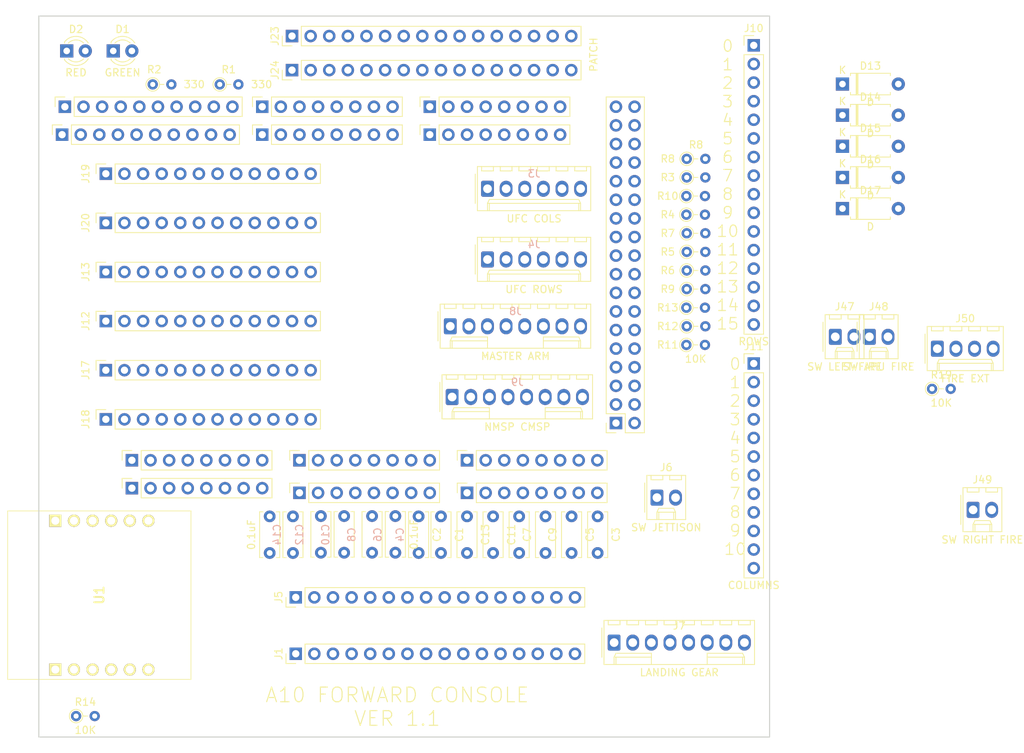
<source format=kicad_pcb>
(kicad_pcb (version 20240108) (generator "pcbnew") (generator_version "8.0")
  (title_block (date "mar. 31 mars 2015"))
  (layers (0 "F.Cu" signal) (31 "B.Cu" signal) (34 "B.Paste" user) (35 "F.Paste" user) (36 "B.SilkS" user "B.Silkscreen") (37 "F.SilkS" user "F.Silkscreen") (38 "B.Mask" user) (39 "F.Mask" user) (44 "Edge.Cuts" user))
  (net 0 "")
  (net 1 "GND")
  (net 2 "SCLK")
  (net 3 "ES1_RST")
  (net 4 "MISO")
  (net 5 "MOSI")
  (net 6 "/48")
  (net 7 "/49")
  (net 8 "/*46")
  (net 9 "/47")
  (net 10 "/*45")
  (net 11 "/42")
  (net 12 "/43")
  (net 13 "/40")
  (net 14 "/41")
  (net 15 "/38")
  (net 16 "/39")
  (net 17 "/A3")
  (net 18 "/37")
  (net 19 "/35")
  (net 20 "/32")
  (net 21 "/33")
  (net 22 "/30")
  (net 23 "/31")
  (net 24 "/28")
  (net 25 "/29")
  (net 26 "/26")
  (net 27 "/27")
  (net 28 "/24")
  (net 29 "/22")
  (net 30 "/23")
  (net 31 "/25")
  (net 32 "+5V")
  (net 33 "/IOREF")
  (net 34 "/A0")
  (net 35 "/A1")
  (net 36 "/A2")
  (net 37 "/36")
  (net 38 "/A4")
  (net 39 "/A5")
  (net 40 "/A6")
  (net 41 "/A7")
  (net 42 "/*44")
  (net 43 "/A9")
  (net 44 "/A10")
  (net 45 "/A11")
  (net 46 "/A12")
  (net 47 "/A13")
  (net 48 "/A14")
  (net 49 "/A15")
  (net 50 "/AREF")
  (net 51 "/*13")
  (net 52 "/*12")
  (net 53 "/*11")
  (net 54 "/*9")
  (net 55 "/*8")
  (net 56 "/*7")
  (net 57 "/*6")
  (net 58 "/*5")
  (net 59 "/*4")
  (net 60 "/*3")
  (net 61 "/*2")
  (net 62 "/TX0{slash}1")
  (net 63 "/RX0{slash}0")
  (net 64 "+3V3")
  (net 65 "/A8")
  (net 66 "/RX3{slash}15")
  (net 67 "Net-(D1-A)")
  (net 68 "/RX2{slash}17")
  (net 69 "/TX3{slash}14")
  (net 70 "/TX2{slash}16")
  (net 71 "VCC")
  (net 72 "/~{RESET}")
  (net 73 "SS")
  (net 74 "Net-(D2-A)")
  (net 75 "/SCL{slash}21")
  (net 76 "/SDA{slash}20")
  (net 77 "/TX1{slash}18")
  (net 78 "Net-(J1-Pin_1)")
  (net 79 "/RX1{slash}19")
  (net 80 "/34")
  (net 81 "Net-(J1-Pin_2)")
  (net 82 "Net-(J1-Pin_3)")
  (net 83 "Net-(J1-Pin_4)")
  (net 84 "Net-(J1-Pin_5)")
  (net 85 "Net-(J1-Pin_6)")
  (net 86 "Net-(J1-Pin_7)")
  (net 87 "Net-(J1-Pin_8)")
  (net 88 "Net-(J1-Pin_9)")
  (net 89 "Net-(J1-Pin_10)")
  (net 90 "Net-(J1-Pin_11)")
  (net 91 "Net-(J1-Pin_12)")
  (net 92 "Net-(J1-Pin_13)")
  (net 93 "Net-(J1-Pin_14)")
  (net 94 "Net-(J1-Pin_15)")
  (net 95 "Net-(J1-Pin_16)")
  (net 96 "Net-(J12-Pin_1)")
  (net 97 "Net-(J12-Pin_2)")
  (net 98 "Net-(J12-Pin_3)")
  (net 99 "Net-(J12-Pin_4)")
  (net 100 "Net-(J12-Pin_5)")
  (net 101 "Net-(J12-Pin_6)")
  (net 102 "Net-(J12-Pin_7)")
  (net 103 "Net-(J12-Pin_8)")
  (net 104 "Net-(J12-Pin_9)")
  (net 105 "Net-(J12-Pin_10)")
  (net 106 "Net-(J12-Pin_11)")
  (net 107 "Net-(J12-Pin_12)")
  (net 108 "Net-(J17-Pin_1)")
  (net 109 "Net-(J17-Pin_2)")
  (net 110 "Net-(J17-Pin_3)")
  (net 111 "Net-(J17-Pin_4)")
  (net 112 "Net-(J17-Pin_5)")
  (net 113 "Net-(J17-Pin_6)")
  (net 114 "Net-(J17-Pin_7)")
  (net 115 "Net-(J17-Pin_8)")
  (net 116 "Net-(J17-Pin_9)")
  (net 117 "Net-(J17-Pin_10)")
  (net 118 "Net-(J17-Pin_11)")
  (net 119 "Net-(J17-Pin_12)")
  (net 120 "Net-(J19-Pin_1)")
  (net 121 "Net-(J19-Pin_2)")
  (net 122 "Net-(J19-Pin_3)")
  (net 123 "Net-(J19-Pin_4)")
  (net 124 "Net-(J19-Pin_5)")
  (net 125 "Net-(J19-Pin_6)")
  (net 126 "Net-(J19-Pin_7)")
  (net 127 "Net-(J19-Pin_8)")
  (net 128 "Net-(J19-Pin_9)")
  (net 129 "Net-(J19-Pin_10)")
  (net 130 "Net-(J19-Pin_11)")
  (net 131 "Net-(J19-Pin_12)")
  (net 132 "Net-(J23-Pin_1)")
  (net 133 "Net-(J23-Pin_2)")
  (net 134 "Net-(J23-Pin_3)")
  (net 135 "Net-(J23-Pin_4)")
  (net 136 "Net-(J23-Pin_5)")
  (net 137 "Net-(J23-Pin_6)")
  (net 138 "Net-(J23-Pin_7)")
  (net 139 "Net-(J23-Pin_8)")
  (net 140 "Net-(J23-Pin_9)")
  (net 141 "Net-(J23-Pin_10)")
  (net 142 "Net-(J23-Pin_11)")
  (net 143 "Net-(J23-Pin_12)")
  (net 144 "Net-(J23-Pin_13)")
  (net 145 "Net-(J23-Pin_14)")
  (net 146 "Net-(J23-Pin_15)")
  (net 147 "Net-(J23-Pin_16)")
  (net 150 "Net-(U1-INT)")
  (net 157 "Net-(D16-K)")
  (net 158 "Net-(D15-K)")
  (net 159 "Net-(D14-K)")
  (net 160 "Net-(D13-K)")
  (net 161 "Net-(D17-K)")
  (footprint "Connector_PinSocket_2.54mm:PinSocket_2x18_P2.54mm_Vertical" (layer "F.Cu") (at 193.98 92.38 180)
    (property "Reference" "J29" (hide yes))
    (property "Value" "Digital")
    (pad "1" thru_hole rect (at 0 0 180) (size 1.7 1.7) (drill 1) (layers "*.Cu" "*.Mask") (net 1 "GND"))
    (pad "2" thru_hole oval (at -2.54 0 180) (size 1.7 1.7) (drill 1) (layers "*.Cu" "*.Mask") (net 1 "GND"))
    (pad "3" thru_hole oval (at 0 2.54 180) (size 1.7 1.7) (drill 1) (layers "*.Cu" "*.Mask") (net 2 "SCLK"))
    (pad "4" thru_hole oval (at -2.54 2.54 180) (size 1.7 1.7) (drill 1) (layers "*.Cu" "*.Mask") (net 3 "ES1_RST"))
    (pad "5" thru_hole oval (at 0 5.08 180) (size 1.7 1.7) (drill 1) (layers "*.Cu" "*.Mask") (net 4 "MISO"))
    (pad "6" thru_hole oval (at -2.54 5.08 180) (size 1.7 1.7) (drill 1) (layers "*.Cu" "*.Mask") (net 5 "MOSI"))
    (pad "7" thru_hole oval (at 0 7.62 180) (size 1.7 1.7) (drill 1) (layers "*.Cu" "*.Mask") (net 6 "/48"))
    (pad "8" thru_hole oval (at -2.54 7.62 180) (size 1.7 1.7) (drill 1) (layers "*.Cu" "*.Mask") (net 7 "/49"))
    (pad "9" thru_hole oval (at 0 10.16 180) (size 1.7 1.7) (drill 1) (layers "*.Cu" "*.Mask") (net 8 "/*46"))
    (pad "10" thru_hole oval (at -2.54 10.16 180) (size 1.7 1.7) (drill 1) (layers "*.Cu" "*.Mask") (net 9 "/47"))
    (pad "11" thru_hole oval (at 0 12.7 180) (size 1.7 1.7) (drill 1) (layers "*.Cu" "*.Mask"))
    (pad "12" thru_hole oval (at -2.54 12.7 180) (size 1.7 1.7) (drill 1) (layers "*.Cu" "*.Mask") (net 10 "/*45"))
    (pad "13" thru_hole oval (at 0 15.24 180) (size 1.7 1.7) (drill 1) (layers "*.Cu" "*.Mask"))
    (pad "14" thru_hole oval (at -2.54 15.24 180) (size 1.7 1.7) (drill 1) (layers "*.Cu" "*.Mask") (net 12 "/43"))
    (pad "15" thru_hole oval (at 0 17.78 180) (size 1.7 1.7) (drill 1) (layers "*.Cu" "*.Mask") (net 13 "/40"))
    (pad "16" thru_hole oval (at -2.54 17.78 180) (size 1.7 1.7) (drill 1) (layers "*.Cu" "*.Mask") (net 14 "/41"))
    (pad "17" thru_hole oval (at 0 20.32 180) (size 1.7 1.7) (drill 1) (layers "*.Cu" "*.Mask") (net 15 "/38"))
    (pad "18" thru_hole oval (at -2.54 20.32 180) (size 1.7 1.7) (drill 1) (layers "*.Cu" "*.Mask") (net 16 "/39"))
    (pad "19" thru_hole oval (at 0 22.86 180) (size 1.7 1.7) (drill 1) (layers "*.Cu" "*.Mask") (net 37 "/36"))
    (pad "20" thru_hole oval (at -2.54 22.86 180) (size 1.7 1.7) (drill 1) (layers "*.Cu" "*.Mask") (net 18 "/37"))
    (pad "21" thru_hole oval (at 0 25.4 180) (size 1.7 1.7) (drill 1) (layers "*.Cu" "*.Mask") (net 80 "/34"))
    (pad "22" thru_hole oval (at -2.54 25.4 180) (size 1.7 1.7) (drill 1) (layers "*.Cu" "*.Mask") (net 19 "/35"))
    (pad "23" thru_hole oval (at 0 27.94 180) (size 1.7 1.7) (drill 1) (layers "*.Cu" "*.Mask") (net 20 "/32"))
    (pad "24" thru_hole oval (at -2.54 27.94 180) (size 1.7 1.7) (drill 1) (layers "*.Cu" "*.Mask") (net 21 "/33"))
    (pad "25" thru_hole oval (at 0 30.48 180) (size 1.7 1.7) (drill 1) (layers "*.Cu" "*.Mask") (net 22 "/30"))
    (pad "26" thru_hole oval (at -2.54 30.48 180) (size 1.7 1.7) (drill 1) (layers "*.Cu" "*.Mask") (net 23 "/31"))
    (pad "27" thru_hole oval (at 0 33.02 180) (size 1.7 1.7) (drill 1) (layers "*.Cu" "*.Mask"))
    (pad "28" thru_hole oval (at -2.54 33.02 180) (size 1.7 1.7) (drill 1) (layers "*.Cu" "*.Mask") (net 25 "/29"))
    (pad "29" thru_hole oval (at 0 35.56 180) (size 1.7 1.7) (drill 1) (layers "*.Cu" "*.Mask") (net 26 "/26"))
    (pad "30" thru_hole oval (at -2.54 35.56 180) (size 1.7 1.7) (drill 1) (layers "*.Cu" "*.Mask") (net 27 "/27"))
    (pad "31" thru_hole oval (at 0 38.1 180) (size 1.7 1.7) (drill 1) (layers "*.Cu" "*.Mask"))
    (pad "32" thru_hole oval (at -2.54 38.1 180) (size 1.7 1.7) (drill 1) (layers "*.Cu" "*.Mask") (net 31 "/25"))
    (pad "33" thru_hole oval (at 0 40.64 180) (size 1.7 1.7) (drill 1) (layers "*.Cu" "*.Mask"))
    (pad "34" thru_hole oval (at -2.54 40.64 180) (size 1.7 1.7) (drill 1) (layers "*.Cu" "*.Mask") (net 30 "/23"))
    (pad "35" thru_hole oval (at 0 43.18 180) (size 1.7 1.7) (drill 1) (layers "*.Cu" "*.Mask") (net 32 "+5V"))
    (pad "36" thru_hole oval (at -2.54 43.18 180) (size 1.7 1.7) (drill 1) (layers "*.Cu" "*.Mask") (net 32 "+5V"))
  )
  (footprint "Connector_PinSocket_2.54mm:PinSocket_1x08_P2.54mm_Vertical" (layer "F.Cu") (at 127.94 97.46 90)
    (property "Reference" "J26" (hide yes))
    (property "Value" "Power")
    (pad "1" thru_hole rect (at 0 0 90) (size 1.7 1.7) (drill 1) (layers "*.Cu" "*.Mask"))
    (pad "2" thru_hole oval (at 0 2.54 90) (size 1.7 1.7) (drill 1) (layers "*.Cu" "*.Mask") (net 33 "/IOREF"))
    (pad "3" thru_hole oval (at 0 5.08 90) (size 1.7 1.7) (drill 1) (layers "*.Cu" "*.Mask") (net 72 "/~{RESET}"))
    (pad "4" thru_hole oval (at 0 7.62 90) (size 1.7 1.7) (drill 1) (layers "*.Cu" "*.Mask") (net 64 "+3V3"))
    (pad "5" thru_hole oval (at 0 10.16 90) (size 1.7 1.7) (drill 1) (layers "*.Cu" "*.Mask") (net 32 "+5V"))
    (pad "6" thru_hole oval (at 0 12.7 90) (size 1.7 1.7) (drill 1) (layers "*.Cu" "*.Mask") (net 1 "GND"))
    (pad "7" thru_hole oval (at 0 15.24 90) (size 1.7 1.7) (drill 1) (layers "*.Cu" "*.Mask") (net 1 "GND"))
    (pad "8" thru_hole oval (at 0 17.78 90) (size 1.7 1.7) (drill 1) (layers "*.Cu" "*.Mask") (net 71 "VCC"))
  )
  (footprint "Connector_PinSocket_2.54mm:PinSocket_1x08_P2.54mm_Vertical" (layer "F.Cu") (at 150.8 97.46 90)
    (property "Reference" "J27" (hide yes))
    (property "Value" "Analog")
    (pad "1" thru_hole rect (at 0 0 90) (size 1.7 1.7) (drill 1) (layers "*.Cu" "*.Mask") (net 34 "/A0"))
    (pad "2" thru_hole oval (at 0 2.54 90) (size 1.7 1.7) (drill 1) (layers "*.Cu" "*.Mask") (net 35 "/A1"))
    (pad "3" thru_hole oval (at 0 5.08 90) (size 1.7 1.7) (drill 1) (layers "*.Cu" "*.Mask") (net 36 "/A2"))
    (pad "4" thru_hole oval (at 0 7.62 90) (size 1.7 1.7) (drill 1) (layers "*.Cu" "*.Mask") (net 17 "/A3"))
    (pad "5" thru_hole oval (at 0 10.16 90) (size 1.7 1.7) (drill 1) (layers "*.Cu" "*.Mask") (net 38 "/A4"))
    (pad "6" thru_hole oval (at 0 12.7 90) (size 1.7 1.7) (drill 1) (layers "*.Cu" "*.Mask") (net 39 "/A5"))
    (pad "7" thru_hole oval (at 0 15.24 90) (size 1.7 1.7) (drill 1) (layers "*.Cu" "*.Mask") (net 40 "/A6"))
    (pad "8" thru_hole oval (at 0 17.78 90) (size 1.7 1.7) (drill 1) (layers "*.Cu" "*.Mask") (net 41 "/A7"))
  )
  (footprint "Connector_PinSocket_2.54mm:PinSocket_1x08_P2.54mm_Vertical" (layer "F.Cu") (at 173.66 97.46 90)
    (property "Reference" "J28" (hide yes))
    (property "Value" "Analog")
    (pad "1" thru_hole rect (at 0 0 90) (size 1.7 1.7) (drill 1) (layers "*.Cu" "*.Mask") (net 65 "/A8"))
    (pad "2" thru_hole oval (at 0 2.54 90) (size 1.7 1.7) (drill 1) (layers "*.Cu" "*.Mask") (net 43 "/A9"))
    (pad "3" thru_hole oval (at 0 5.08 90) (size 1.7 1.7) (drill 1) (layers "*.Cu" "*.Mask") (net 44 "/A10"))
    (pad "4" thru_hole oval (at 0 7.62 90) (size 1.7 1.7) (drill 1) (layers "*.Cu" "*.Mask") (net 45 "/A11"))
    (pad "5" thru_hole oval (at 0 10.16 90) (size 1.7 1.7) (drill 1) (layers "*.Cu" "*.Mask") (net 46 "/A12"))
    (pad "6" thru_hole oval (at 0 12.7 90) (size 1.7 1.7) (drill 1) (layers "*.Cu" "*.Mask") (net 47 "/A13"))
    (pad "7" thru_hole oval (at 0 15.24 90) (size 1.7 1.7) (drill 1) (layers "*.Cu" "*.Mask") (net 48 "/A14"))
    (pad "8" thru_hole oval (at 0 17.78 90) (size 1.7 1.7) (drill 1) (layers "*.Cu" "*.Mask") (net 49 "/A15"))
  )
  (footprint "Connector_PinSocket_2.54mm:PinSocket_1x10_P2.54mm_Vertical" (layer "F.Cu") (at 118.796 49.2 90)
    (property "Reference" "J30" (hide yes))
    (property "Value" "PWM")
    (pad "1" thru_hole rect (at 0 0 90) (size 1.7 1.7) (drill 1) (layers "*.Cu" "*.Mask") (net 75 "/SCL{slash}21"))
    (pad "2" thru_hole oval (at 0 2.54 90) (size 1.7 1.7) (drill 1) (layers "*.Cu" "*.Mask") (net 76 "/SDA{slash}20"))
    (pad "3" thru_hole oval (at 0 5.08 90) (size 1.7 1.7) (drill 1) (layers "*.Cu" "*.Mask") (net 50 "/AREF"))
    (pad "4" thru_hole oval (at 0 7.62 90) (size 1.7 1.7) (drill 1) (layers "*.Cu" "*.Mask") (net 1 "GND"))
    (pad "5" thru_hole oval (at 0 10.16 90) (size 1.7 1.7) (drill 1) (layers "*.Cu" "*.Mask") (net 51 "/*13"))
    (pad "6" thru_hole oval (at 0 12.7 90) (size 1.7 1.7) (drill 1) (layers "*.Cu" "*.Mask") (net 52 "/*12"))
    (pad "7" thru_hole oval (at 0 15.24 90) (size 1.7 1.7) (drill 1) (layers "*.Cu" "*.Mask") (net 53 "/*11"))
    (pad "8" thru_hole oval (at 0 17.78 90) (size 1.7 1.7) (drill 1) (layers "*.Cu" "*.Mask") (net 73 "SS"))
    (pad "9" thru_hole oval (at 0 20.32 90) (size 1.7 1.7) (drill 1) (layers "*.Cu" "*.Mask") (net 54 "/*9"))
    (pad "10" thru_hole oval (at 0 22.86 90) (size 1.7 1.7) (drill 1) (layers "*.Cu" "*.Mask") (net 55 "/*8"))
  )
  (footprint "Connector_PinSocket_2.54mm:PinSocket_1x08_P2.54mm_Vertical" (layer "F.Cu") (at 145.72 49.2 90)
    (property "Reference" "J31" (hide yes))
    (property "Value" "PWM")
    (pad "1" thru_hole rect (at 0 0 90) (size 1.7 1.7) (drill 1) (layers "*.Cu" "*.Mask") (net 56 "/*7"))
    (pad "2" thru_hole oval (at 0 2.54 90) (size 1.7 1.7) (drill 1) (layers "*.Cu" "*.Mask") (net 57 "/*6"))
    (pad "3" thru_hole oval (at 0 5.08 90) (size 1.7 1.7) (drill 1) (layers "*.Cu" "*.Mask") (net 58 "/*5"))
    (pad "4" thru_hole oval (at 0 7.62 90) (size 1.7 1.7) (drill 1) (layers "*.Cu" "*.Mask") (net 59 "/*4"))
    (pad "5" thru_hole oval (at 0 10.16 90) (size 1.7 1.7) (drill 1) (layers "*.Cu" "*.Mask") (net 60 "/*3"))
    (pad "6" thru_hole oval (at 0 12.7 90) (size 1.7 1.7) (drill 1) (layers "*.Cu" "*.Mask") (net 61 "/*2"))
    (pad "7" thru_hole oval (at 0 15.24 90) (size 1.7 1.7) (drill 1) (layers "*.Cu" "*.Mask") (net 62 "/TX0{slash}1"))
    (pad "8" thru_hole oval (at 0 17.78 90) (size 1.7 1.7) (drill 1) (layers "*.Cu" "*.Mask") (net 63 "/RX0{slash}0"))
  )
  (footprint "Connector_PinSocket_2.54mm:PinSocket_1x08_P2.54mm_Vertical" (layer "F.Cu") (at 168.58 49.2 90)
    (property "Reference" "J32" (hide yes))
    (property "Value" "Communication")
    (pad "1" thru_hole rect (at 0 0 90) (size 1.7 1.7) (drill 1) (layers "*.Cu" "*.Mask") (net 69 "/TX3{slash}14"))
    (pad "2" thru_hole oval (at 0 2.54 90) (size 1.7 1.7) (drill 1) (layers "*.Cu" "*.Mask") (net 66 "/RX3{slash}15"))
    (pad "3" thru_hole oval (at 0 5.08 90) (size 1.7 1.7) (drill 1) (layers "*.Cu" "*.Mask") (net 70 "/TX2{slash}16"))
    (pad "4" thru_hole oval (at 0 7.62 90) (size 1.7 1.7) (drill 1) (layers "*.Cu" "*.Mask") (net 68 "/RX2{slash}17"))
    (pad "5" thru_hole oval (at 0 10.16 90) (size 1.7 1.7) (drill 1) (layers "*.Cu" "*.Mask") (net 77 "/TX1{slash}18"))
    (pad "6" thru_hole oval (at 0 12.7 90) (size 1.7 1.7) (drill 1) (layers "*.Cu" "*.Mask") (net 79 "/RX1{slash}19"))
    (pad "7" thru_hole oval (at 0 15.24 90) (size 1.7 1.7) (drill 1) (layers "*.Cu" "*.Mask") (net 76 "/SDA{slash}20"))
    (pad "8" thru_hole oval (at 0 17.78 90) (size 1.7 1.7) (drill 1) (layers "*.Cu" "*.Mask") (net 75 "/SCL{slash}21"))
  )
  (footprint "Connector_PinSocket_2.54mm:PinSocket_1x12_P2.54mm_Vertical" (layer "F.Cu") (at 124.384 85.1664 90)
    (property "Reference" "J17" (at 0 -2.77 90) (layer "F.SilkS"))
    (property "Value" "PATCH")
    (pad "1" thru_hole rect (at 0 0 90) (size 1.7 1.7) (drill 1) (layers "*.Cu" "*.Mask") (net 108 "Net-(J17-Pin_1)"))
    (pad "2" thru_hole oval (at 0 2.54 90) (size 1.7 1.7) (drill 1) (layers "*.Cu" "*.Mask") (net 109 "Net-(J17-Pin_2)"))
    (pad "3" thru_hole oval (at 0 5.08 90) (size 1.7 1.7) (drill 1) (layers "*.Cu" "*.Mask") (net 110 "Net-(J17-Pin_3)"))
    (pad "4" thru_hole oval (at 0 7.62 90) (size 1.7 1.7) (drill 1) (layers "*.Cu" "*.Mask") (net 111 "Net-(J17-Pin_4)"))
    (pad "5" thru_hole oval (at 0 10.16 90) (size 1.7 1.7) (drill 1) (layers "*.Cu" "*.Mask") (net 112 "Net-(J17-Pin_5)"))
    (pad "6" thru_hole oval (at 0 12.7 90) (size 1.7 1.7) (drill 1) (layers "*.Cu" "*.Mask") (net 113 "Net-(J17-Pin_6)"))
    (pad "7" thru_hole oval (at 0 15.24 90) (size 1.7 1.7) (drill 1) (layers "*.Cu" "*.Mask") (net 114 "Net-(J17-Pin_7)"))
    (pad "8" thru_hole oval (at 0 17.78 90) (size 1.7 1.7) (drill 1) (layers "*.Cu" "*.Mask") (net 115 "Net-(J17-Pin_8)"))
    (pad "9" thru_hole oval (at 0 20.32 90) (size 1.7 1.7) (drill 1) (layers "*.Cu" "*.Mask") (net 116 "Net-(J17-Pin_9)"))
    (pad "10" thru_hole oval (at 0 22.86 90) (size 1.7 1.7) (drill 1) (layers "*.Cu" "*.Mask") (net 117 "Net-(J17-Pin_10)"))
    (pad "11" thru_hole oval (at 0 25.4 90) (size 1.7 1.7) (drill 1) (layers "*.Cu" "*.Mask") (net 118 "Net-(J17-Pin_11)"))
    (pad "12" thru_hole oval (at 0 27.94 90) (size 1.7 1.7) (drill 1) (layers "*.Cu" "*.Mask") (net 119 "Net-(J17-Pin_12)"))
  )
  (footprint "Resistor_THT:R_Axial_DIN0204_L3.6mm_D1.6mm_P2.54mm_Vertical" (layer "F.Cu") (at 203.632 69.012)
    (property "Reference" "R5" (at -2.59 0 0) (layer "F.SilkS"))
    (property "Value" "10K")
    (pad "1" thru_hole circle (at 0 0) (size 1.4 1.4) (drill 0.7) (layers "*.Cu" "*.Mask") (net 32 "+5V"))
    (pad "2" thru_hole oval (at 2.54 0) (size 1.4 1.4) (drill 0.7) (layers "*.Cu" "*.Mask") (net 13 "/40"))
  )
  (footprint "Resistor_THT:R_Axial_DIN0204_L3.6mm_D1.6mm_P2.54mm_Vertical" (layer "F.Cu") (at 130.784 46.152)
    (property "Reference" "R2" (at 0.204 -2.032 0) (layer "F.SilkS"))
    (property "Value" "330" (at 5.665 0 0) (layer "F.SilkS"))
    (pad "1" thru_hole circle (at 0 0) (size 1.4 1.4) (drill 0.7) (layers "*.Cu" "*.Mask") (net 52 "/*12"))
    (pad "2" thru_hole oval (at 2.54 0) (size 1.4 1.4) (drill 0.7) (layers "*.Cu" "*.Mask") (net 74 "Net-(D2-A)"))
  )
  (footprint "Connector_Molex:Molex_KK-254_AE-6410-08A_1x08_P2.54mm_Vertical" (layer "F.Cu") (at 171.374 79.172)
    (property "Reference" "J8" (at 8.89 -2.052 0) (layer "B.SilkS") (effects (justify mirror)))
    (property "Value" "MASTER ARM" (at 8.89 4.08 0) (layer "F.SilkS"))
    (pad "1" thru_hole roundrect (at 0 0) (size 1.74 2.19) (drill 1.19) (layers "*.Cu" "*.Mask") (roundrect_rratio 0.1436781609) (net 15 "/38"))
    (pad "2" thru_hole oval (at 2.54 0) (size 1.74 2.19) (drill 1.19) (layers "*.Cu" "*.Mask") (net 16 "/39"))
    (pad "3" thru_hole oval (at 5.08 0) (size 1.74 2.19) (drill 1.19) (layers "*.Cu" "*.Mask") (net 13 "/40"))
    (pad "4" thru_hole oval (at 7.62 0) (size 1.74 2.19) (drill 1.19) (layers "*.Cu" "*.Mask") (net 14 "/41"))
    (pad "5" thru_hole oval (at 10.16 0) (size 1.74 2.19) (drill 1.19) (layers "*.Cu" "*.Mask") (net 24 "/28"))
    (pad "6" thru_hole oval (at 12.7 0) (size 1.74 2.19) (drill 1.19) (layers "*.Cu" "*.Mask") (net 25 "/29"))
    (pad "7" thru_hole oval (at 15.24 0) (size 1.74 2.19) (drill 1.19) (layers "*.Cu" "*.Mask") (net 22 "/30"))
    (pad "8" thru_hole oval (at 17.78 0) (size 1.74 2.19) (drill 1.19) (layers "*.Cu" "*.Mask") (net 23 "/31"))
  )
  (footprint "Capacitor_THT:C_Disc_D6.0mm_W2.5mm_P5.00mm" (layer "F.Cu") (at 184.368 110.12 90)
    (property "Reference" "C7" (at 2.5 -2.5 90) (layer "F.SilkS"))
    (property "Value" "0.1uF")
    (pad "1" thru_hole circle (at 0 0 90) (size 1.6 1.6) (drill 0.8) (layers "*.Cu" "*.Mask") (net 45 "/A11"))
    (pad "2" thru_hole circle (at 5 0 90) (size 1.6 1.6) (drill 0.8) (layers "*.Cu" "*.Mask") (net 1 "GND"))
  )
  (footprint "Capacitor_THT:C_Disc_D6.0mm_W2.5mm_P5.00mm" (layer "F.Cu") (at 146.736 105.12 -90)
    (property "Reference" "C14" (at 2.5 -1.016 90) (layer "B.SilkS") (effects (justify mirror)))
    (property "Value" "0.1uF" (at 2.5 2.5 90) (layer "F.SilkS"))
    (pad "1" thru_hole circle (at 0 0 270) (size 1.6 1.6) (drill 0.8) (layers "*.Cu" "*.Mask") (net 34 "/A0"))
    (pad "2" thru_hole circle (at 5 0 270) (size 1.6 1.6) (drill 0.8) (layers "*.Cu" "*.Mask") (net 1 "GND"))
  )
  (footprint "Resistor_THT:R_Axial_DIN0204_L3.6mm_D1.6mm_P2.54mm_Vertical" (layer "F.Cu") (at 203.632 66.472)
    (property "Reference" "R7" (at -2.59 0 0) (layer "F.SilkS"))
    (property "Value" "10K")
    (pad "1" thru_hole circle (at 0 0) (size 1.4 1.4) (drill 0.7) (layers "*.Cu" "*.Mask") (net 32 "+5V"))
    (pad "2" thru_hole oval (at 2.54 0) (size 1.4 1.4) (drill 0.7) (layers "*.Cu" "*.Mask") (net 11 "/42"))
  )
  (footprint "Resistor_THT:R_Axial_DIN0204_L3.6mm_D1.6mm_P2.54mm_Vertical" (layer "F.Cu") (at 237.1 87.71)
    (property "Reference" "R19" (at 1.27 -1.92 0) (layer "F.SilkS"))
    (property "Value" "10K" (at 1.27 1.92 0) (layer "F.SilkS"))
    (pad "1" thru_hole circle (at 0 0) (size 1.4 1.4) (drill 0.7) (layers "*.Cu" "*.Mask") (net 32 "+5V"))
    (pad "2" thru_hole oval (at 2.54 0) (size 1.4 1.4) (drill 0.7) (layers "*.Cu" "*.Mask") (net 7 "/49"))
  )
  (footprint "Connector_PinHeader_2.54mm:PinHeader_1x16_P2.54mm_Vertical" (layer "F.Cu") (at 150.292 123.876 90)
    (property "Reference" "J1" (at 0 -2.33 90) (layer "F.SilkS"))
    (property "Value" "PATCH")
    (pad "1" thru_hole rect (at 0 0 90) (size 1.7 1.7) (drill 1) (layers "*.Cu" "*.Mask") (net 78 "Net-(J1-Pin_1)"))
    (pad "2" thru_hole oval (at 0 2.54 90) (size 1.7 1.7) (drill 1) (layers "*.Cu" "*.Mask") (net 81 "Net-(J1-Pin_2)"))
    (pad "3" thru_hole oval (at 0 5.08 90) (size 1.7 1.7) (drill 1) (layers "*.Cu" "*.Mask") (net 82 "Net-(J1-Pin_3)"))
    (pad "4" thru_hole oval (at 0 7.62 90) (size 1.7 1.7) (drill 1) (layers "*.Cu" "*.Mask") (net 83 "Net-(J1-Pin_4)"))
    (pad "5" thru_hole oval (at 0 10.16 90) (size 1.7 1.7) (drill 1) (layers "*.Cu" "*.Mask") (net 84 "Net-(J1-Pin_5)"))
    (pad "6" thru_hole oval (at 0 12.7 90) (size 1.7 1.7) (drill 1) (layers "*.Cu" "*.Mask") (net 85 "Net-(J1-Pin_6)"))
    (pad "7" thru_hole oval (at 0 15.24 90) (size 1.7 1.7) (drill 1) (layers "*.Cu" "*.Mask") (net 86 "Net-(J1-Pin_7)"))
    (pad "8" thru_hole oval (at 0 17.78 90) (size 1.7 1.7) (drill 1) (layers "*.Cu" "*.Mask") (net 87 "Net-(J1-Pin_8)"))
    (pad "9" thru_hole oval (at 0 20.32 90) (size 1.7 1.7) (drill 1) (layers "*.Cu" "*.Mask") (net 88 "Net-(J1-Pin_9)"))
    (pad "10" thru_hole oval (at 0 22.86 90) (size 1.7 1.7) (drill 1) (layers "*.Cu" "*.Mask") (net 89 "Net-(J1-Pin_10)"))
    (pad "11" thru_hole oval (at 0 25.4 90) (size 1.7 1.7) (drill 1) (layers "*.Cu" "*.Mask") (net 90 "Net-(J1-Pin_11)"))
    (pad "12" thru_hole oval (at 0 27.94 90) (size 1.7 1.7) (drill 1) (layers "*.Cu" "*.Mask") (net 91 "Net-(J1-Pin_12)"))
    (pad "13" thru_hole oval (at 0 30.48 90) (size 1.7 1.7) (drill 1) (layers "*.Cu" "*.Mask") (net 92 "Net-(J1-Pin_13)"))
    (pad "14" thru_hole oval (at 0 33.02 90) (size 1.7 1.7) (drill 1) (layers "*.Cu" "*.Mask") (net 93 "Net-(J1-Pin_14)"))
    (pad "15" thru_hole oval (at 0 35.56 90) (size 1.7 1.7) (drill 1) (layers "*.Cu" "*.Mask") (net 94 "Net-(J1-Pin_15)"))
    (pad "16" thru_hole oval (at 0 38.1 90) (size 1.7 1.7) (drill 1) (layers "*.Cu" "*.Mask") (net 95 "Net-(J1-Pin_16)"))
  )
  (footprint "Resistor_THT:R_Axial_DIN0204_L3.6mm_D1.6mm_P2.54mm_Vertical" (layer "F.Cu") (at 120.325 132.385)
    (property "Reference" "R14" (at 1.27 -1.92 0) (layer "F.SilkS"))
    (property "Value" "10K" (at 1.27 1.92 0) (layer "F.SilkS"))
    (pad "1" thru_hole circle (at 0 0) (size 1.4 1.4) (drill 0.7) (layers "*.Cu" "*.Mask") (net 64 "+3V3"))
    (pad "2" thru_hole oval (at 2.54 0) (size 1.4 1.4) (drill 0.7) (layers "*.Cu" "*.Mask") (net 150 "Net-(U1-INT)"))
  )
  (footprint "Connector_PinHeader_2.54mm:PinHeader_1x16_P2.54mm_Vertical" (layer "F.Cu") (at 149.784 44.198 90)
    (property "Reference" "J24" (at 0 -2.33 90) (layer "F.SilkS"))
    (property "Value" "PATCH")
    (pad "1" thru_hole rect (at 0 0 90) (size 1.7 1.7) (drill 1) (layers "*.Cu" "*.Mask") (net 132 "Net-(J23-Pin_1)"))
    (pad "2" thru_hole oval (at 0 2.54 90) (size 1.7 1.7) (drill 1) (layers "*.Cu" "*.Mask") (net 133 "Net-(J23-Pin_2)"))
    (pad "3" thru_hole oval (at 0 5.08 90) (size 1.7 1.7) (drill 1) (layers "*.Cu" "*.Mask") (net 134 "Net-(J23-Pin_3)"))
    (pad "4" thru_hole oval (at 0 7.62 90) (size 1.7 1.7) (drill 1) (layers "*.Cu" "*.Mask") (net 135 "Net-(J23-Pin_4)"))
    (pad "5" thru_hole oval (at 0 10.16 90) (size 1.7 1.7) (drill 1) (layers "*.Cu" "*.Mask") (net 136 "Net-(J23-Pin_5)"))
    (pad "6" thru_hole oval (at 0 12.7 90) (size 1.7 1.7) (drill 1) (layers "*.Cu" "*.Mask") (net 137 "Net-(J23-Pin_6)"))
    (pad "7" thru_hole oval (at 0 15.24 90) (size 1.7 1.7) (drill 1) (layers "*.Cu" "*.Mask") (net 138 "Net-(J23-Pin_7)"))
    (pad "8" thru_hole oval (at 0 17.78 90) (size 1.7 1.7) (drill 1) (layers "*.Cu" "*.Mask") (net 139 "Net-(J23-Pin_8)"))
    (pad "9" thru_hole oval (at 0 20.32 90) (size 1.7 1.7) (drill 1) (layers "*.Cu" "*.Mask") (net 140 "Net-(J23-Pin_9)"))
    (pad "10" thru_hole oval (at 0 22.86 90) (size 1.7 1.7) (drill 1) (layers "*.Cu" "*.Mask") (net 141 "Net-(J23-Pin_10)"))
    (pad "11" thru_hole oval (at 0 25.4 90) (size 1.7 1.7) (drill 1) (layers "*.Cu" "*.Mask") (net 142 "Net-(J23-Pin_11)"))
    (pad "12" thru_hole oval (at 0 27.94 90) (size 1.7 1.7) (drill 1) (layers "*.Cu" "*.Mask") (net 143 "Net-(J23-Pin_12)"))
    (pad "13" thru_hole oval (at 0 30.48 90) (size 1.7 1.7) (drill 1) (layers "*.Cu" "*.Mask") (net 144 "Net-(J23-Pin_13)"))
    (pad "14" thru_hole oval (at 0 33.02 90) (size 1.7 1.7) (drill 1) (layers "*.Cu" "*.Mask") (net 145 "Net-(J23-Pin_14)"))
    (pad "15" thru_hole oval (at 0 35.56 90) (size 1.7 1.7) (drill 1) (layers "*.Cu" "*.Mask") (net 146 "Net-(J23-Pin_15)"))
    (pad "16" thru_hole oval (at 0 38.1 90) (size 1.7 1.7) (drill 1) (layers "*.Cu" "*.Mask") (net 147 "Net-(J23-Pin_16)"))
  )
  (footprint "Capacitor_THT:C_Disc_D6.0mm_W2.5mm_P5.00mm" (layer "F.Cu") (at 191.48 105.12 -90)
    (property "Reference" "C3" (at 2.5 -2.5 90) (layer "F.SilkS"))
    (property "Value" "0.1uF")
    (pad "1" thru_hole circle (at 0 0 270) (size 1.6 1.6) (drill 0.8) (layers "*.Cu" "*.Mask") (net 47 "/A13"))
    (pad "2" thru_hole circle (at 5 0 270) (size 1.6 1.6) (drill 0.8) (layers "*.Cu" "*.Mask") (net 1 "GND"))
  )
  (footprint "Connector_PinSocket_2.54mm:PinSocket_1x12_P2.54mm_Vertical" (layer "F.Cu") (at 124.384 78.4608 90)
    (property "Reference" "J12" (at 0 -2.77 90) (layer "F.SilkS"))
    (property "Value" "PATCH")
    (pad "1" thru_hole rect (at 0 0 90) (size 1.7 1.7) (drill 1) (layers "*.Cu" "*.Mask") (net 96 "Net-(J12-Pin_1)"))
    (pad "2" thru_hole oval (at 0 2.54 90) (size 1.7 1.7) (drill 1) (layers "*.Cu" "*.Mask") (net 97 "Net-(J12-Pin_2)"))
    (pad "3" thru_hole oval (at 0 5.08 90) (size 1.7 1.7) (drill 1) (layers "*.Cu" "*.Mask") (net 98 "Net-(J12-Pin_3)"))
    (pad "4" thru_hole oval (at 0 7.62 90) (size 1.7 1.7) (drill 1) (layers "*.Cu" "*.Mask") (net 99 "Net-(J12-Pin_4)"))
    (pad "5" thru_hole oval (at 0 10.16 90) (size 1.7 1.7) (drill 1) (layers "*.Cu" "*.Mask") (net 100 "Net-(J12-Pin_5)"))
    (pad "6" thru_hole oval (at 0 12.7 90) (size 1.7 1.7) (drill 1) (layers "*.Cu" "*.Mask") (net 101 "Net-(J12-Pin_6)"))
    (pad "7" thru_hole oval (at 0 15.24 90) (size 1.7 1.7) (drill 1) (layers "*.Cu" "*.Mask") (net 102 "Net-(J12-Pin_7)"))
    (pad "8" thru_hole oval (at 0 17.78 90) (size 1.7 1.7) (drill 1) (layers "*.Cu" "*.Mask") (net 103 "Net-(J12-Pin_8)"))
    (pad "9" thru_hole oval (at 0 20.32 90) (size 1.7 1.7) (drill 1) (layers "*.Cu" "*.Mask") (net 104 "Net-(J12-Pin_9)"))
    (pad "10" thru_hole oval (at 0 22.86 90) (size 1.7 1.7) (drill 1) (layers "*.Cu" "*.Mask") (net 105 "Net-(J12-Pin_10)"))
    (pad "11" thru_hole oval (at 0 25.4 90) (size 1.7 1.7) (drill 1) (layers "*.Cu" "*.Mask") (net 106 "Net-(J12-Pin_11)"))
    (pad "12" thru_hole oval (at 0 27.94 90) (size 1.7 1.7) (drill 1) (layers "*.Cu" "*.Mask") (net 107 "Net-(J12-Pin_12)"))
  )
  (footprint "Connector_Molex:Molex_KK-254_AE-6410-04A_1x04_P2.54mm_Vertical" (layer "F.Cu") (at 237.82 82.23)
    (property "Reference" "J50" (at 3.81 -4.12 0) (layer "F.SilkS"))
    (property "Value" "FIRE EXT" (at 3.81 4.08 0) (layer "F.SilkS"))
    (pad "1" thru_hole roundrect (at 0 0) (size 1.74 2.19) (drill 1.19) (layers "*.Cu" "*.Mask") (roundrect_rratio 0.143678) (net 161 "Net-(D17-K)"))
    (pad "2" thru_hole oval (at 2.54 0) (size 1.74 2.19) (drill 1.19) (layers "*.Cu" "*.Mask") (net 20 "/32"))
    (pad "3" thru_hole oval (at 5.08 0) (size 1.74 2.19) (drill 1.19) (layers "*.Cu" "*.Mask") (net 161 "Net-(D17-K)"))
    (pad "4" thru_hole oval (at 7.62 0) (size 1.74 2.19) (drill 1.19) (layers "*.Cu" "*.Mask") (net 21 "/33"))
  )
  (footprint "Diode_THT:D_A-405_P7.62mm_Horizontal" (layer "F.Cu") (at 224.88 50.35)
    (property "Reference" "D14" (at 3.81 -2.47 0) (layer "F.SilkS"))
    (property "Value" "D" (at 3.81 2.47 0) (layer "F.SilkS"))
    (fp_text user "K" (at 0 -1.9 0) (layer "F.SilkS"))
    (pad "1" thru_hole rect (at 0 0) (size 1.8 1.8) (drill 0.9) (layers "*.Cu" "*.Mask") (net 159 "Net-(D14-K)"))
    (pad "2" thru_hole oval (at 7.62 0) (size 1.8 1.8) (drill 0.9) (layers "*.Cu" "*.Mask") (net 13 "/40"))
  )
  (footprint "Diode_THT:D_A-405_P7.62mm_Horizontal" (layer "F.Cu") (at 224.88 54.6)
    (property "Reference" "D15" (at 3.81 -2.47 0) (layer "F.SilkS"))
    (property "Value" "D" (at 3.81 2.47 0) (layer "F.SilkS"))
    (fp_text user "K" (at 0 -1.9 0) (layer "F.SilkS"))
    (pad "1" thru_hole rect (at 0 0) (size 1.8 1.8) (drill 0.9) (layers "*.Cu" "*.Mask") (net 158 "Net-(D15-K)"))
    (pad "2" thru_hole oval (at 7.62 0) (size 1.8 1.8) (drill 0.9) (layers "*.Cu" "*.Mask") (net 13 "/40"))
  )
  (footprint "Connector_PinSocket_2.54mm:PinSocket_1x08_P2.54mm_Vertical" (layer "F.Cu") (at 173.66 101.905 90)
    (property "Reference" "J22")
    (property "Value" "Analog")
    (pad "1" thru_hole rect (at 0 0 90) (size 1.7 1.7) (drill 1) (layers "*.Cu" "*.Mask") (net 65 "/A8"))
    (pad "2" thru_hole oval (at 0 2.54 90) (size 1.7 1.7) (drill 1) (layers "*.Cu" "*.Mask") (net 43 "/A9"))
    (pad "3" thru_hole oval (at 0 5.08 90) (size 1.7 1.7) (drill 1) (layers "*.Cu" "*.Mask") (net 44 "/A10"))
    (pad "4" thru_hole oval (at 0 7.62 90) (size 1.7 1.7) (drill 1) (layers "*.Cu" "*.Mask") (net 45 "/A11"))
    (pad "5" thru_hole oval (at 0 10.16 90) (size 1.7 1.7) (drill 1) (layers "*.Cu" "*.Mask") (net 46 "/A12"))
    (pad "6" thru_hole oval (at 0 12.7 90) (size 1.7 1.7) (drill 1) (layers "*.Cu" "*.Mask") (net 47 "/A13"))
    (pad "7" thru_hole oval (at 0 15.24 90) (size 1.7 1.7) (drill 1) (layers "*.Cu" "*.Mask") (net 48 "/A14"))
    (pad "8" thru_hole oval (at 0 17.78 90) (size 1.7 1.7) (drill 1) (layers "*.Cu" "*.Mask") (net 49 "/A15"))
  )
  (footprint "Connector_Molex:Molex_KK-254_AE-6410-08A_1x08_P2.54mm_Vertical" (layer "F.Cu") (at 193.726 122.352)
    (property "Reference" "J7" (at 8.89 -2.286 0) (layer "F.SilkS"))
    (property "Value" "LANDING GEAR" (at 8.89 4.08 0) (layer "F.SilkS"))
    (pad "1" thru_hole roundrect (at 0 0) (size 1.74 2.19) (drill 1.19) (layers "*.Cu" "*.Mask") (roundrect_rratio 0.1436781609) (net 15 "/38"))
    (pad "2" thru_hole oval (at 2.54 0) (size 1.74 2.19) (drill 1.19) (layers "*.Cu" "*.Mask") (net 16 "/39"))
    (pad "3" thru_hole oval (at 5.08 0) (size 1.74 2.19) (drill 1.19) (layers "*.Cu" "*.Mask") (net 20 "/32"))
    (pad "4" thru_hole oval (at 7.62 0) (size 1.74 2.19) (drill 1.19) (layers "*.Cu" "*.Mask") (net 21 "/33"))
    (pad "5" thru_hole oval (at 10.16 0) (size 1.74 2.19) (drill 1.19) (layers "*.Cu" "*.Mask") (net 80 "/34"))
    (pad "6" thru_hole oval (at 12.7 0) (size 1.74 2.19) (drill 1.19) (layers "*.Cu" "*.Mask") (net 19 "/35"))
    (pad "7" thru_hole oval (at 15.24 0) (size 1.74 2.19) (drill 1.19) (layers "*.Cu" "*.Mask") (net 37 "/36"))
    (pad "8" thru_hole oval (at 17.78 0) (size 1.74 2.19) (drill 1.19) (layers "*.Cu" "*.Mask") (net 18 "/37"))
  )
  (footprint "Connector_PinHeader_2.54mm:PinHeader_1x16_P2.54mm_Vertical" (layer "F.Cu") (at 212.776 40.818)
    (property "Reference" "J10" (at 0 -2.33 0) (layer "F.SilkS"))
    (property "Value" "ROWS" (at 0 40.43 0) (layer "F.SilkS"))
    (pad "1" thru_hole rect (at 0 0) (size 1.7 1.7) (drill 1) (layers "*.Cu" "*.Mask") (net 29 "/22"))
    (pad "2" thru_hole oval (at 0 2.54) (size 1.7 1.7) (drill 1) (layers "*.Cu" "*.Mask") (net 30 "/23"))
    (pad "3" thru_hole oval (at 0 5.08) (size 1.7 1.7) (drill 1) (layers "*.Cu" "*.Mask") (net 28 "/24"))
    (pad "4" thru_hole oval (at 0 7.62) (size 1.7 1.7) (drill 1) (layers "*.Cu" "*.Mask") (net 31 "/25"))
    (pad "5" thru_hole oval (at 0 10.16) (size 1.7 1.7) (drill 1) (layers "*.Cu" "*.Mask") (net 26 "/26"))
    (pad "6" thru_hole oval (at 0 12.7) (size 1.7 1.7) (drill 1) (layers "*.Cu" "*.Mask") (net 27 "/27"))
    (pad "7" thru_hole oval (at 0 15.24) (size 1.7 1.7) (drill 1) (layers "*.Cu" "*.Mask") (net 24 "/28"))
    (pad "8" thru_hole oval (at 0 17.78) (size 1.7 1.7) (drill 1) (layers "*.Cu" "*.Mask") (net 25 "/29"))
    (pad "9" thru_hole oval (at 0 20.32) (size 1.7 1.7) (drill 1) (layers "*.Cu" "*.Mask") (net 22 "/30"))
    (pad "10" thru_hole oval (at 0 22.86) (size 1.7 1.7) (drill 1) (layers "*.Cu" "*.Mask") (net 23 "/31"))
    (pad "11" thru_hole oval (at 0 25.4) (size 1.7 1.7) (drill 1) (layers "*.Cu" "*.Mask") (net 20 "/32"))
    (pad "12" thru_hole oval (at 0 27.94) (size 1.7 1.7) (drill 1) (layers "*.Cu" "*.Mask") (net 21 "/33"))
    (pad "13" thru_hole oval (at 0 30.48) (size 1.7 1.7) (drill 1) (layers "*.Cu" "*.Mask") (net 80 "/34"))
    (pad "14" thru_hole oval (at 0 33.02) (size 1.7 1.7) (drill 1) (layers "*.Cu" "*.Mask") (net 19 "/35"))
    (pad "15" thru_hole oval (at 0 35.56) (size 1.7 1.7) (drill 1) (layers "*.Cu" "*.Mask") (net 37 "/36"))
    (pad "16" thru_hole oval (at 0 38.1) (size 1.7 1.7) (drill 1) (layers "*.Cu" "*.Mask") (net 18 "/37"))
  )
  (footprint "Connector_Molex:Molex_KK-254_AE-6410-02A_1x02_P2.54mm_Vertical" (layer "F.Cu") (at 228.55 80.61)
    (property "Reference" "J48" (at 1.27 -4.12 0) (layer "F.SilkS"))
    (property "Value" "SW APU FIRE" (at 1.27 4.08 0) (layer "F.SilkS"))
    (pad "1" thru_hole roundrect (at 0 0) (size 1.74 2.19) (drill 1.19) (layers "*.Cu" "*.Mask") (roundrect_rratio 0.143678) (net 159 "Net-(D14-K)"))
    (pad "2" thru_hole oval (at 2.54 0) (size 1.74 2.19) (drill 1.19) (layers "*.Cu" "*.Mask") (net 21 "/33"))
  )
  (footprint "Connector_PinSocket_2.54mm:PinSocket_1x12_P2.54mm_Vertical" (layer "F.Cu") (at 124.384 91.872 90)
    (property "Reference" "J18" (at 0 -2.77 90) (layer "F.SilkS"))
    (property "Value" "PATCH")
    (pad "1" thru_hole rect (at 0 0 90) (size 1.7 1.7) (drill 1) (layers "*.Cu" "*.Mask") (net 108 "Net-(J17-Pin_1)"))
    (pad "2" thru_hole oval (at 0 2.54 90) (size 1.7 1.7) (drill 1) (layers "*.Cu" "*.Mask") (net 109 "Net-(J17-Pin_2)"))
    (pad "3" thru_hole oval (at 0 5.08 90) (size 1.7 1.7) (drill 1) (layers "*.Cu" "*.Mask") (net 110 "Net-(J17-Pin_3)"))
    (pad "4" thru_hole oval (at 0 7.62 90) (size 1.7 1.7) (drill 1) (layers "*.Cu" "*.Mask") (net 111 "Net-(J17-Pin_4)"))
    (pad "5" thru_hole oval (at 0 10.16 90) (size 1.7 1.7) (drill 1) (layers "*.Cu" "*.Mask") (net 112 "Net-(J17-Pin_5)"))
    (pad "6" thru_hole oval (at 0 12.7 90) (size 1.7 1.7) (drill 1) (layers "*.Cu" "*.Mask") (net 113 "Net-(J17-Pin_6)"))
    (pad "7" thru_hole oval (at 0 15.24 90) (size 1.7 1.7) (drill 1) (layers "*.Cu" "*.Mask") (net 114 "Net-(J17-Pin_7)"))
    (pad "8" thru_hole oval (at 0 17.78 90) (size 1.7 1.7) (drill 1) (layers "*.Cu" "*.Mask") (net 115 "Net-(J17-Pin_8)"))
    (pad "9" thru_hole oval (at 0 20.32 90) (size 1.7 1.7) (drill 1) (layers "*.Cu" "*.Mask") (net 116 "Net-(J17-Pin_9)"))
    (pad "10" thru_hole oval (at 0 22.86 90) (size 1.7 1.7) (drill 1) (layers "*.Cu" "*.Mask") (net 117 "Net-(J17-Pin_10)"))
    (pad "11" thru_hole oval (at 0 25.4 90) (size 1.7 1.7) (drill 1) (layers "*.Cu" "*.Mask") (net 118 "Net-(J17-Pin_11)"))
    (pad "12" thru_hole oval (at 0 27.94 90) (size 1.7 1.7) (drill 1) (layers "*.Cu" "*.Mask") (net 119 "Net-(J17-Pin_12)"))
  )
  (footprint "Connector_Molex:Molex_KK-254_AE-6410-08A_1x08_P2.54mm_Vertical" (layer "F.Cu") (at 171.628 88.824)
    (property "Reference" "J9" (at 8.89 -2.032 0) (layer "B.SilkS") (effects (justify mirror)))
    (property "Value" "NMSP CMSP" (at 8.89 4.08 0) (layer "F.SilkS"))
    (pad "1" thru_hole roundrect (at 0 0) (size 1.74 2.19) (drill 1.19) (layers "*.Cu" "*.Mask") (roundrect_rratio 0.1436781609) (net 11 "/42"))
    (pad "2" thru_hole oval (at 2.54 0) (size 1.74 2.19) (drill 1.19) (layers "*.Cu" "*.Mask") (net 12 "/43"))
    (pad "3" thru_hole oval (at 5.08 0) (size 1.74 2.19) (drill 1.19) (layers "*.Cu" "*.Mask") (net 24 "/28"))
    (pad "4" thru_hole oval (at 7.62 0) (size 1.74 2.19) (drill 1.19) (layers "*.Cu" "*.Mask") (net 25 "/29"))
    (pad "5" thru_hole oval (at 10.16 0) (size 1.74 2.19) (drill 1.19) (layers "*.Cu" "*.Mask") (net 22 "/30"))
    (pad "6" thru_hole oval (at 12.7 0) (size 1.74 2.19) (drill 1.19) (layers "*.Cu" "*.Mask") (net 23 "/31"))
    (pad "7" thru_hole oval (at 15.24 0) (size 1.74 2.19) (drill 1.19) (layers "*.Cu" "*.Mask") (net 20 "/32"))
    (pad "8" thru_hole oval (at 17.78 0) (size 1.74 2.19) (drill 1.19) (layers "*.Cu" "*.Mask") (net 21 "/33"))
  )
  (footprint "Capacitor_THT:C_Disc_D6.0mm_W2.5mm_P5.00mm" (layer "F.Cu") (at 177.216 105.12 -90)
    (property "Reference" "C11" (at 2.5 -2.5 90) (layer "F.SilkS"))
    (property "Value" "0.1uF")
    (pad "1" thru_hole circle (at 0 0 270) (size 1.6 1.6) (drill 0.8) (layers "*.Cu" "*.Mask") (net 43 "/A9"))
    (pad "2" thru_hole circle (at 5 0 270) (size 1.6 1.6) (drill 0.8) (layers "*.Cu" "*.Mask") (net 1 "GND"))
  )
  (footprint "Arduino_MountingHole:MountingHole_3.2mm" (layer "F.Cu") (at 196.02 132.385)
    (property "Reference" "H2")
    (property "Value" "MountingHole")
    (pad "" np_thru_hole circle (at 0 0) (size 3.2 3.2) (drill 3.2) (layers "*.Cu" "*.Mask"))
  )
  (footprint "Diode_THT:D_A-405_P7.62mm_Horizontal" (layer "F.Cu") (at 224.88 58.85)
    (property "Reference" "D16" (at 3.81 -2.47 0) (layer "F.SilkS"))
    (property "Value" "D" (at 3.81 2.47 0) (layer "F.SilkS"))
    (fp_text user "K" (at 0 -1.9 0) (layer "F.SilkS"))
    (pad "1" thru_hole rect (at 0 0) (size 1.8 1.8) (drill 0.9) (layers "*.Cu" "*.Mask") (net 157 "Net-(D16-K)"))
    (pad "2" thru_hole oval (at 7.62 0) (size 1.8 1.8) (drill 0.9) (layers "*.Cu" "*.Mask") (net 13 "/40"))
  )
  (footprint "Capacitor_THT:C_Disc_D6.0mm_W2.5mm_P5.00mm" (layer "F.Cu") (at 160.706 105.08 -90)
    (property "Reference" "C6" (at 2.54 -0.762 90) (layer "B.SilkS") (effects (justify mirror)))
    (property "Value" "0.1uF")
    (pad "1" thru_hole circle (at 0 0 270) (size 1.6 1.6) (drill 0.8) (layers "*.Cu" "*.Mask") (net 38 "/A4"))
    (pad "2" thru_hole circle (at 5 0 270) (size 1.6 1.6) (drill 0.8) (layers "*.Cu" "*.Mask") (net 1 "GND"))
  )
  (footprint "Connector_PinSocket_2.54mm:PinSocket_1x12_P2.54mm_Vertical" (layer "F.Cu") (at 124.384 71.7552 90)
    (property "Reference" "J13" (at 0 -2.77 90) (layer "F.SilkS"))
    (property "Value" "PATCH")
    (pad "1" thru_hole rect (at 0 0 90) (size 1.7 1.7) (drill 1) (layers "*.Cu" "*.Mask") (net 96 "Net-(J12-Pin_1)"))
    (pad "2" thru_hole oval (at 0 2.54 90) (size 1.7 1.7) (drill 1) (layers "*.Cu" "*.Mask") (net 97 "Net-(J12-Pin_2)"))
    (pad "3" thru_hole oval (at 0 5.08 90) (size 1.7 1.7) (drill 1) (layers "*.Cu" "*.Mask") (net 98 "Net-(J12-Pin_3)"))
    (pad "4" thru_hole oval (at 0 7.62 90) (size 1.7 1.7) (drill 1) (layers "*.Cu" "*.Mask") (net 99 "Net-(J12-Pin_4)"))
    (pad "5" thru_hole oval (at 0 10.16 90) (size 1.7 1.7) (drill 1) (layers "*.Cu" "*.Mask") (net 100 "Net-(J12-Pin_5)"))
    (pad "6" thru_hole oval (at 0 12.7 90) (size 1.7 1.7) (drill 1) (layers "*.Cu" "*.Mask") (net 101 "Net-(J12-Pin_6)"))
    (pad "7" thru_hole oval (at 0 15.24 90) (size 1.7 1.7) (drill 1) (layers "*.Cu" "*.Mask") (net 102 "Net-(J12-Pin_7)"))
    (pad "8" thru_hole oval (at 0 17.78 90) (size 1.7 1.7) (drill 1) (layers "*.Cu" "*.Mask") (net 103 "Net-(J12-Pin_8)"))
    (pad "9" thru_hole oval (at 0 20.32 90) (size 1.7 1.7) (drill 1) (layers "*.Cu" "*.Mask") (net 104 "Net-(J12-Pin_9)"))
    (pad "10" thru_hole oval (at 0 22.86 90) (size 1.7 1.7) (drill 1) (layers "*.Cu" "*.Mask") (net 105 "Net-(J12-Pin_10)"))
    (pad "11" thru_hole oval (at 0 25.4 90) (size 1.7 1.7) (drill 1) (layers "*.Cu" "*.Mask") (net 106 "Net-(J12-Pin_11)"))
    (pad "12" thru_hole oval (at 0 27.94 90) (size 1.7 1.7) (drill 1) (layers "*.Cu" "*.Mask") (net 107 "Net-(J12-Pin_12)"))
  )
  (footprint "Diode_THT:D_A-405_P7.62mm_Horizontal" (layer "F.Cu") (at 224.88 46.1)
    (property "Reference" "D13" (at 3.81 -2.47 0) (layer "F.SilkS"))
    (property "Value" "D" (at 3.81 2.47 0) (layer "F.SilkS"))
    (fp_text user "K" (at 0 -1.9 0) (layer "F.SilkS"))
    (pad "1" thru_hole rect (at 0 0) (size 1.8 1.8) (drill 0.9) (layers "*.Cu" "*.Mask") (net 160 "Net-(D13-K)"))
    (pad "2" thru_hole oval (at 7.62 0) (size 1.8 1.8) (drill 0.9) (layers "*.Cu" "*.Mask") (net 13 "/40"))
  )
  (footprint "Capacitor_THT:C_Disc_D6.0mm_W2.5mm_P5.00mm" (layer "F.Cu") (at 156.896 105.08 -90)
    (property "Reference" "C8" (at 2.54 -1.016 90) (layer "B.SilkS") (effects (justify mirror)))
    (property "Value" "0.1uF")
    (pad "1" thru_hole circle (at 0 0 270) (size 1.6 1.6) (drill 0.8) (layers "*.Cu" "*.Mask") (net 17 "/A3"))
    (pad "2" thru_hole circle (at 5 0 270) (size 1.6 1.6) (drill 0.8) (layers "*.Cu" "*.Mask") (net 1 "GND"))
  )
  (footprint "Resistor_THT:R_Axial_DIN0204_L3.6mm_D1.6mm_P2.54mm_Vertical" (layer "F.Cu") (at 203.582 61.392)
    (property "Reference" "R10" (at -2.54 0 0) (layer "F.SilkS"))
    (property "Value" "10K")
    (pad "1" thru_hole circle (at 0 0) (size 1.4 1.4) (drill 0.7) (layers "*.Cu" "*.Mask") (net 32 "+5V"))
    (pad "2" thru_hole oval (at 2.54 0) (size 1.4 1.4) (drill 0.7) (layers "*.Cu" "*.Mask") (net 10 "/*45"))
  )
  (footprint "Capacitor_THT:C_Disc_D6.0mm_W2.5mm_P5.00mm" (layer "F.Cu") (at 167.056 105.12 -90)
    (property "Reference" "C2" (at 2.5 -2.5 90) (layer "F.SilkS"))
    (property "Value" "0.1uF")
    (pad "1" thru_hole circle (at 0 0 270) (size 1.6 1.6) (drill 0.8) (layers "*.Cu" "*.Mask") (net 40 "/A6"))
    (pad "2" thru_hole circle (at 5 0 270) (size 1.6 1.6) (drill 0.8) (layers "*.Cu" "*.Mask") (net 1 "GND"))
  )
  (footprint "Connector_Molex:Molex_KK-254_AE-6410-02A_1x02_P2.54mm_Vertical" (layer "F.Cu") (at 199.568 102.56)
    (property "Reference" "J6" (at 1.27 -4.12 0) (layer "F.SilkS"))
    (property "Value" "SW JETTISON" (at 1.27 4.08 0) (layer "F.SilkS"))
    (pad "1" thru_hole roundrect (at 0 0) (size 1.74 2.19) (drill 1.19) (layers "*.Cu" "*.Mask") (roundrect_rratio 0.143678) (net 157 "Net-(D16-K)"))
    (pad "2" thru_hole oval (at 2.54 0) (size 1.74 2.19) (drill 1.19) (layers "*.Cu" "*.Mask") (net 19 "/35"))
  )
  (footprint "Connector_PinSocket_2.54mm:PinSocket_1x08_P2.54mm_Vertical" (layer "F.Cu") (at 127.94 101.27 90)
    (property "Reference" "J25")
    (property "Value" "Power")
    (pad "1" thru_hole rect (at 0 0 90) (size 1.7 1.7) (drill 1) (layers "*.Cu" "*.Mask"))
    (pad "2" thru_hole oval (at 0 2.54 90) (size 1.7 1.7) (drill 1) (layers "*.Cu" "*.Mask") (net 33 "/IOREF"))
    (pad "3" thru_hole oval (at 0 5.08 90) (size 1.7 1.7) (drill 1) (layers "*.Cu" "*.Mask") (net 72 "/~{RESET}"))
    (pad "4" thru_hole oval (at 0 7.62 90) (size 1.7 1.7) (drill 1) (layers "*.Cu" "*.Mask") (net 64 "+3V3"))
    (pad "5" thru_hole oval (at 0 10.16 90) (size 1.7 1.7) (drill 1) (layers "*.Cu" "*.Mask") (net 32 "+5V"))
    (pad "6" thru_hole oval (at 0 12.7 90) (size 1.7 1.7) (drill 1) (layers "*.Cu" "*.Mask") (net 1 "GND"))
    (pad "7" thru_hole oval (at 0 15.24 90) (size 1.7 1.7) (drill 1) (layers "*.Cu" "*.Mask") (net 1 "GND"))
    (pad "8" thru_hole oval (at 0 17.78 90) (size 1.7 1.7) (drill 1) (layers "*.Cu" "*.Mask") (net 71 "VCC"))
  )
  (footprint "Capacitor_THT:C_Disc_D6.0mm_W2.5mm_P5.00mm" (layer "F.Cu") (at 170.104 105.12 -90)
    (property "Reference" "C1" (at 2.5 -2.5 90) (layer "F.SilkS"))
    (property "Value" "0.1uF")
    (pad "1" thru_hole circle (at 0 0 270) (size 1.6 1.6) (drill 0.8) (layers "*.Cu" "*.Mask") (net 41 "/A7"))
    (pad "2" thru_hole circle (at 5 0 270) (size 1.6 1.6) (drill 0.8) (layers "*.Cu" "*.Mask") (net 1 "GND"))
  )
  (footprint "Resistor_THT:R_Axial_DIN0204_L3.6mm_D1.6mm_P2.54mm_Vertical" (layer "F.Cu") (at 203.632 56.312)
    (property "Reference" "R8" (at -2.59 0 0) (layer "F.SilkS"))
    (property "Value" "10K")
    (fp_text user "${REFERENCE}" (at 1.27 -1.92 0) (layer "F.SilkS"))
    (pad "1" thru_hole circle (at 0 0) (size 1.4 1.4) (drill 0.7) (layers "*.Cu" "*.Mask") (net 32 "+5V"))
    (pad "2" thru_hole oval (at 2.54 0) (size 1.4 1.4) (drill 0.7) (layers "*.Cu" "*.Mask") (net 12 "/43"))
  )
  (footprint "Resistor_THT:R_Axial_DIN0204_L3.6mm_D1.6mm_P2.54mm_Vertical" (layer "F.Cu") (at 203.582 81.712)
    (property "Reference" "R11" (at -2.54 0 0) (layer "F.SilkS"))
    (property "Value" "10K" (at 1.27 1.92 0) (layer "F.SilkS"))
    (pad "1" thru_hole circle (at 0 0) (size 1.4 1.4) (drill 0.7) (layers "*.Cu" "*.Mask") (net 32 "+5V"))
    (pad "2" thru_hole oval (at 2.54 0) (size 1.4 1.4) (drill 0.7) (layers "*.Cu" "*.Mask") (net 8 "/*46"))
  )
  (footprint "Capacitor_THT:C_Disc_D6.0mm_W2.5mm_P5.00mm" (layer "F.Cu") (at 187.924 105.12 -90)
    (property "Reference" "C5" (at 2.5 -2.5 90) (layer "F.SilkS"))
    (property "Value" "0.1uF")
    (pad "1" thru_hole circle (at 0 0 270) (size 1.6 1.6) (drill 0.8) (layers "*.Cu" "*.Mask") (net 46 "/A12"))
    (pad "2" thru_hole circle (at 5 0 270) (size 1.6 1.6) (drill 0.8) (layers "*.Cu" "*.Mask") (net 1 "GND"))
  )
  (footprint "Capacitor_THT:C_Disc_D6.0mm_W2.5mm_P5.00mm" (layer "F.Cu") (at 180.772 105.12 -90)
    (property "Reference" "C9" (at 2.5 -4.572 90) (layer "F.SilkS"))
    (property "Value" "0.1uF")
    (pad "1" thru_hole circle (at 0 0 270) (size 1.6 1.6) (drill 0.8) (layers "*.Cu" "*.Mask") (net 44 "/A10"))
    (pad "2" thru_hole circle (at 5 0 270) (size 1.6 1.6) (drill 0.8) (layers "*.Cu" "*.Mask") (net 1 "GND"))
  )
  (footprint "Connector_Molex:Molex_KK-254_AE-6410-06A_1x06_P2.54mm_Vertical" (layer "F.Cu") (at 176.454 70.048)
    (property "Reference" "J4" (at 6.35 -2.052 0) (layer "B.SilkS") (effects (justify mirror)))
    (property "Value" "UFC ROWS" (at 6.35 4.08 0) (layer "F.SilkS"))
    (pad "1" thru_hole roundrect (at 0 0) (size 1.74 2.19) (drill 1.19) (layers "*.Cu" "*.Mask") (roundrect_rratio 0.1436781609) (net 29 "/22"))
    (pad "2" thru_hole oval (at 2.54 0) (size 1.74 2.19) (drill 1.19) (layers "*.Cu" "*.Mask") (net 30 "/23"))
    (pad "3" thru_hole oval (at 5.08 0) (size 1.74 2.19) (drill 1.19) (layers "*.Cu" "*.Mask") (net 28 "/24"))
    (pad "4" thru_hole oval (at 7.62 0) (size 1.74 2.19) (drill 1.19) (layers "*.Cu" "*.Mask") (net 31 "/25"))
    (pad "5" thru_hole oval (at 10.16 0) (size 1.74 2.19) (drill 1.19) (layers "*.Cu" "*.Mask") (net 26 "/26"))
    (pad "6" thru_hole oval (at 12.7 0) (size 1.74 2.19) (drill 1.19) (layers "*.Cu" "*.Mask") (net 27 "/27"))
  )
  (footprint "Capacitor_THT:C_Disc_D6.0mm_W2.5mm_P5.00mm" (layer "F.Cu") (at 149.911 105.12 -90)
    (property "Reference" "C12" (at 2.5 -0.889 90) (layer "B.SilkS") (effects (justify mirror)))
    (property "Value" "0.1uF")
    (pad "1" thru_hole circle (at 0 0 270) (size 1.6 1.6) (drill 0.8) (layers "*.Cu" "*.Mask") (net 35 "/A1"))
    (pad "2" thru_hole circle (at 5 0 270) (size 1.6 1.6) (drill 0.8) (layers "*.Cu" "*.Mask") (net 1 "GND"))
  )
  (footprint "Resistor_THT:R_Axial_DIN0204_L3.6mm_D1.6mm_P2.54mm_Vertical" (layer "F.Cu") (at 203.632 58.852)
    (property "Reference" "R3" (at -2.59 0 0) (layer "F.SilkS"))
    (property "Value" "10K")
    (pad "1" thru_hole circle (at 0 0) (size 1.4 1.4) (drill 0.7) (layers "*.Cu" "*.Mask") (net 32 "+5V"))
    (pad "2" thru_hole oval (at 2.54 0) (size 1.4 1.4) (drill 0.7) (layers "*.Cu" "*.Mask") (net 15 "/38"))
  )
  (footprint "Arduino_MountingHole:MountingHole_3.2mm" (layer "F.Cu") (at 196.02 39.675)
    (property "Reference" "H3")
    (property "Value" "MountingHole")
    (pad "" np_thru_hole circle (at 0 0) (size 3.2 3.2) (drill 3.2) (layers "*.Cu" "*.Mask"))
  )
  (footprint "Connector_PinSocket_2.54mm:PinSocket_1x08_P2.54mm_Vertical" (layer "F.Cu") (at 168.58 53.01 90)
    (property "Reference" "J16")
    (property "Value" "Communication")
    (pad "1" thru_hole rect (at 0 0 90) (size 1.7 1.7) (drill 1) (layers "*.Cu" "*.Mask") (net 69 "/TX3{slash}14"))
    (pad "2" thru_hole oval (at 0 2.54 90) (size 1.7 1.7) (drill 1) (layers "*.Cu" "*.Mask") (net 66 "/RX3{slash}15"))
    (pad "3" thru_hole oval (at 0 5.08 90) (size 1.7 1.7) (drill 1) (layers "*.Cu" "*.Mask") (net 70 "/TX2{slash}16"))
    (pad "4" thru_hole oval (at 0 7.62 90) (size 1.7 1.7) (drill 1) (layers "*.Cu" "*.Mask") (net 68 "/RX2{slash}17"))
    (pad "5" thru_hole oval (at 0 10.16 90) (size 1.7 1.7) (drill 1) (layers "*.Cu" "*.Mask") (net 77 "/TX1{slash}18"))
    (pad "6" thru_hole oval (at 0 12.7 90) (size 1.7 1.7) (drill 1) (layers "*.Cu" "*.Mask") (net 79 "/RX1{slash}19"))
    (pad "7" thru_hole oval (at 0 15.24 90) (size 1.7 1.7) (drill 1) (layers "*.Cu" "*.Mask") (net 76 "/SDA{slash}20"))
    (pad "8" thru_hole oval (at 0 17.78 90) (size 1.7 1.7) (drill 1) (layers "*.Cu" "*.Mask") (net 75 "/SCL{slash}21"))
  )
  (footprint "Capacitor_THT:C_Disc_D6.0mm_W2.5mm_P5.00mm" (layer "F.Cu") (at 163.881 105.08 -90)
    (property "Reference" "C4" (at 2.54 -0.635 90) (layer "B.SilkS") (effects (justify mirror)))
    (property "Value" "0.1uF" (at 2.5 -2.54 90) (layer "F.SilkS"))
    (pad "1" thru_hole circle (at 0 0 270) (size 1.6 1.6) (drill 0.8) (layers "*.Cu" "*.Mask") (net 39 "/A5"))
    (pad "2" thru_hole circle (at 5 0 270) (size 1.6 1.6) (drill 0.8) (layers "*.Cu" "*.Mask") (net 1 "GND"))
  )
  (footprint "Connector_Molex:Molex_KK-254_AE-6410-02A_1x02_P2.54mm_Vertical" (layer "F.Cu") (at 242.7 104.23)
    (property "Reference" "J49" (at 1.27 -4.12 0) (layer "F.SilkS"))
    (property "Value" "SW RIGHT FIRE" (at 1.27 4.08 0) (layer "F.SilkS"))
    (pad "1" thru_hole roundrect (at 0 0) (size 1.74 2.19) (drill 1.19) (layers "*.Cu" "*.Mask") (roundrect_rratio 0.143678) (net 160 "Net-(D13-K)"))
    (pad "2" thru_hole oval (at 2.54 0) (size 1.74 2.19) (drill 1.19) (layers "*.Cu" "*.Mask") (net 80 "/34"))
  )
  (footprint "Resistor_THT:R_Axial_DIN0204_L3.6mm_D1.6mm_P2.54mm_Vertical" (layer "F.Cu") (at 203.582 63.932)
    (property "Reference" "R4" (at -2.54 0 0) (layer "F.SilkS"))
    (property "Value" "10K")
    (pad "1" thru_hole circle (at 0 0) (size 1.4 1.4) (drill 0.7) (layers "*.Cu" "*.Mask") (net 32 "+5V"))
    (pad "2" thru_hole oval (at 2.54 0) (size 1.4 1.4) (drill 0.7) (layers "*.Cu" "*.Mask") (net 16 "/39"))
  )
  (footprint "Diode_THT:D_A-405_P7.62mm_Horizontal" (layer "F.Cu") (at 224.88 63.1)
    (property "Reference" "D17" (at 3.81 -2.47 0) (layer "F.SilkS"))
    (property "Value" "D" (at 3.81 2.47 0) (layer "F.SilkS"))
    (fp_text user "K" (at 0 -1.9 0) (layer "F.SilkS"))
    (pad "1" thru_hole rect (at 0 0) (size 1.8 1.8) (drill 0.9) (layers "*.Cu" "*.Mask") (net 161 "Net-(D17-K)"))
    (pad "2" thru_hole oval (at 7.62 0) (size 1.8 1.8) (drill 0.9) (layers "*.Cu" "*.Mask") (net 14 "/41"))
  )
  (footprint "Connector_PinSocket_2.54mm:PinSocket_1x08_P2.54mm_Vertical" (layer "F.Cu") (at 145.72 53.01 90)
    (property "Reference" "J15")
    (property "Value" "PWM")
    (pad "1" thru_hole rect (at 0 0 90) (size 1.7 1.7) (drill 1) (layers "*.Cu" "*.Mask") (net 56 "/*7"))
    (pad "2" thru_hole oval (at 0 2.54 90) (size 1.7 1.7) (drill 1) (layers "*.Cu" "*.Mask") (net 57 "/*6"))
    (pad "3" thru_hole oval (at 0 5.08 90) (size 1.7 1.7) (drill 1) (layers "*.Cu" "*.Mask") (net 58 "/*5"))
    (pad "4" thru_hole oval (at 0 7.62 90) (size 1.7 1.7) (drill 1) (layers "*.Cu" "*.Mask") (net 59 "/*4"))
    (pad "5" thru_hole oval (at 0 10.16 90) (size 1.7 1.7) (drill 1) (layers "*.Cu" "*.Mask") (net 60 "/*3"))
    (pad "6" thru_hole oval (at 0 12.7 90) (size 1.7 1.7) (drill 1) (layers "*.Cu" "*.Mask") (net 61 "/*2"))
    (pad "7" thru_hole oval (at 0 15.24 90) (size 1.7 1.7) (drill 1) (layers "*.Cu" "*.Mask") (net 62 "/TX0{slash}1"))
    (pad "8" thru_hole oval (at 0 17.78 90) (size 1.7 1.7) (drill 1) (layers "*.Cu" "*.Mask") (net 63 "/RX0{slash}0"))
  )
  (footprint "Connector_PinSocket_2.54mm:PinSocket_1x08_P2.54mm_Vertical" (layer "F.Cu") (at 150.8 101.905 90)
    (property "Reference" "J21")
    (property "Value" "Analog")
    (pad "1" thru_hole rect (at 0 0 90) (size 1.7 1.7) (drill 1) (layers "*.Cu" "*.Mask") (net 34 "/A0"))
    (pad "2" thru_hole oval (at 0 2.54 90) (size 1.7 1.7) (drill 1) (layers "*.Cu" "*.Mask") (net 35 "/A1"))
    (pad "3" thru_hole oval (at 0 5.08 90) (size 1.7 1.7) (drill 1) (layers "*.Cu" "*.Mask") (net 36 "/A2"))
    (pad "4" thru_hole oval (at 0 7.62 90) (size 1.7 1.7) (drill 1) (layers "*.Cu" "*.Mask") (net 17 "/A3"))
    (pad "5" thru_hole oval (at 0 10.16 90) (size 1.7 1.7) (drill 1) (layers "*.Cu" "*.Mask") (net 38 "/A4"))
    (pad "6" thru_hole oval (at 0 12.7 90) (size 1.7 1.7) (drill 1) (layers "*.Cu" "*.Mask") (net 39 "/A5"))
    (pad "7" thru_hole oval (at 0 15.24 90) (size 1.7 1.7) (drill 1) (layers "*.Cu" "*.Mask") (net 40 "/A6"))
    (pad "8" thru_hole oval (at 0 17.78 90) (size 1.7 1.7) (drill 1) (layers "*.Cu" "*.Mask") (net 41 "/A7"))
  )
  (footprint "Connector_Molex:Molex_KK-254_AE-6410-06A_1x06_P2.54mm_Vertical" (layer "F.Cu") (at 176.454 60.396)
    (property "Reference" "J3" (at 6.35 -2.052 0) (layer "B.SilkS") (effects (justify mirror)))
    (property "Value" "UFC COLS" (at 6.35 4.08 0) (layer "F.SilkS"))
    (pad "1" thru_hole roundrect (at 0 0) (size 1.74 2.19) (drill 1.19) (layers "*.Cu" "*.Mask") (roundrect_rratio 0.1436781609) (net 15 "/38"))
    (pad "2" thru_hole oval (at 2.54 0) (size 1.74 2.19) (drill 1.19) (layers "*.Cu" "*.Mask") (net 16 "/39"))
    (pad "3" thru_hole oval (at 5.08 0) (size 1.74 2.19) (drill 1.19) (layers "*.Cu" "*.Mask") (net 13 "/40"))
    (pad "4" thru_hole oval (at 7.62 0) (size 1.74 2.19) (drill 1.19) (layers "*.Cu" "*.Mask") (net 14 "/41"))
    (pad "5" thru_hole oval (at 10.16 0) (size 1.74 2.19) (drill 1.19) (layers "*.Cu" "*.Mask") (net 11 "/42"))
    (pad "6" thru_hole oval (at 12.7 0) (size 1.74 2.19) (drill 1.19) (layers "*.Cu" "*.Mask") (net 12 "/43"))
  )
  (footprint "Capacitor_THT:C_Disc_D6.0mm_W2.5mm_P5.00mm" (layer "F.Cu") (at 173.66 105.12 -90)
    (property "Reference" "C13" (at 2.5 -2.5 90) (layer "F.SilkS"))
    (property "Value" "0.1uF")
    (pad "1" thru_hole circle (at 0 0 270) (size 1.6 1.6) (drill 0.8) (layers "*.Cu" "*.Mask") (net 65 "/A8"))
    (pad "2" thru_hole circle (at 5 0 270) (size 1.6 1.6) (drill 0.8) (layers "*.Cu" "*.Mask") (net 1 "GND"))
  )
  (footprint "Resistor_THT:R_Axial_DIN0204_L3.6mm_D1.6mm_P2.54mm_Vertical" (layer "F.Cu") (at 203.632 74.092)
    (property "Reference" "R9" (at -2.59 0 0) (layer "F.SilkS"))
    (property "Value" "10K")
    (pad "1" thru_hole circle (at 0 0) (size 1.4 1.4) (drill 0.7) (layers "*.Cu" "*.Mask") (net 32 "+5V"))
    (pad "2" thru_hole oval (at 2.54 0) (size 1.4 1.4) (drill 0.7) (layers "*.Cu" "*.Mask") (net 42 "/*44"))
  )
  (footprint "Resistor_THT:R_Axial_DIN0204_L3.6mm_D1.6mm_P2.54mm_Vertical" (layer "F.Cu") (at 203.632 71.552)
    (property "Reference" "R6" (at -2.59 0 0) (layer "F.SilkS"))
    (property "Value" "10K")
    (pad "1" thru_hole circle (at 0 0) (size 1.4 1.4) (drill 0.7) (layers "*.Cu" "*.Mask") (net 32 "+5V"))
    (pad "2" thru_hole oval (at 2.54 0) (size 1.4 1.4) (drill 0.7) (layers "*.Cu" "*.Mask") (net 14 "/41"))
  )
  (footprint "LED_THT:LED_D3.0mm" (layer "F.Cu") (at 125.395 41.58)
    (property "Reference" "D1" (at 1.27 -2.96 0) (layer "F.SilkS"))
    (property "Value" "GREEN" (at 1.27 2.96 0) (layer "F.SilkS"))
    (pad "1" thru_hole rect (at 0 0) (size 1.8 1.8) (drill 0.9) (layers "*.Cu" "*.Mask") (net 1 "GND"))
    (pad "2" thru_hole circle (at 2.54 0) (size 1.8 1.8) (drill 0.9) (layers "*.Cu" "*.Mask") (net 67 "Net-(D1-A)"))
  )
  (footprint "Connector_PinSocket_2.54mm:PinSocket_1x12_P2.54mm_Vertical" (layer "F.Cu") (at 124.384 58.344 90)
    (property "Reference" "J19" (at 0 -2.77 90) (layer "F.SilkS"))
    (property "Value" "PATCH")
    (pad "1" thru_hole rect (at 0 0 90) (size 1.7 1.7) (drill 1) (layers "*.Cu" "*.Mask") (net 120 "Net-(J19-Pin_1)"))
    (pad "2" thru_hole oval (at 0 2.54 90) (size 1.7 1.7) (drill 1) (layers "*.Cu" "*.Mask") (net 121 "Net-(J19-Pin_2)"))
    (pad "3" thru_hole oval (at 0 5.08 90) (size 1.7 1.7) (drill 1) (layers "*.Cu" "*.Mask") (net 122 "Net-(J19-Pin_3)"))
    (pad "4" thru_hole oval (at 0 7.62 90) (size 1.7 1.7) (drill 1) (layers "*.Cu" "*.Mask") (net 123 "Net-(J19-Pin_4)"))
    (pad "5" thru_hole oval (at 0 10.16 90) (size 1.7 1.7) (drill 1) (layers "*.Cu" "*.Mask") (net 124 "Net-(J19-Pin_5)"))
    (pad "6" thru_hole oval (at 0 12.7 90) (size 1.7 1.7) (drill 1) (layers "*.Cu" "*.Mask") (net 125 "Net-(J19-Pin_6)"))
    (pad "7" thru_hole oval (at 0 15.24 90) (size 1.7 1.7) (drill 1) (layers "*.Cu" "*.Mask") (net 126 "Net-(J19-Pin_7)"))
    (pad "8" thru_hole oval (at 0 17.78 90) (size 1.7 1.7) (drill 1) (layers "*.Cu" "*.Mask") (net 127 "Net-(J19-Pin_8)"))
    (pad "9" thru_hole oval (at 0 20.32 90) (size 1.7 1.7) (drill 1) (layers "*.Cu" "*.Mask") (net 128 "Net-(J19-Pin_9)"))
    (pad "10" thru_hole oval (at 0 22.86 90) (size 1.7 1.7) (drill 1) (layers "*.Cu" "*.Mask") (net 129 "Net-(J19-Pin_10)"))
    (pad "11" thru_hole oval (at 0 25.4 90) (size 1.7 1.7) (drill 1) (layers "*.Cu" "*.Mask") (net 130 "Net-(J19-Pin_11)"))
    (pad "12" thru_hole oval (at 0 27.94 90) (size 1.7 1.7) (drill 1) (layers "*.Cu" "*.Mask") (net 131 "Net-(J19-Pin_12)"))
  )
  (footprint "Resistor_THT:R_Axial_DIN0204_L3.6mm_D1.6mm_P2.54mm_Vertical" (layer "F.Cu") (at 203.632 79.172)
    (property "Reference" "R12" (at -2.59 0 0) (layer "F.SilkS"))
    (property "Value" "10K")
    (pad "1" thru_hole circle (at 0 0) (size 1.4 1.4) (drill 0.7) (layers "*.Cu" "*.Mask") (net 32 "+5V"))
    (pad "2" thru_hole oval (at 2.54 0) (size 1.4 1.4) (drill 0.7) (layers "*.Cu" "*.Mask") (net 9 "/47"))
  )
  (footprint "Resistor_THT:R_Axial_DIN0204_L3.6mm_D1.6mm_P2.54mm_Vertical" (layer "F.Cu") (at 139.928 46.152)
    (property "Reference" "R1" (at 1.22 -2.032 0) (layer "F.SilkS"))
    (property "Value" "330" (at 5.715 0 0) (layer "F.SilkS"))
    (pad "1" thru_hole circle (at 0 0) (size 1.4 1.4) (drill 0.7) (layers "*.Cu" "*.Mask") (net 51 "/*13"))
    (pad "2" thru_hole oval (at 2.54 0) (size 1.4 1.4) (drill 0.7) (layers "*.Cu" "*.Mask") (net 67 "Net-(D1-A)"))
  )
  (footprint "Connector_PinHeader_2.54mm:PinHeader_1x12_P2.54mm_Vertical" (layer "F.Cu") (at 212.776 84.252)
    (property "Reference" "J11" (at 0 -2.33 0) (layer "F.SilkS"))
    (property "Value" "COLUMNS" (at 0 30.27 0) (layer "F.SilkS"))
    (pad "1" thru_hole rect (at 0 0) (size 1.7 1.7) (drill 1) (layers "*.Cu" "*.Mask") (net 15 "/38"))
    (pad "2" thru_hole oval (at 0 2.54) (size 1.7 1.7) (drill 1) (layers "*.Cu" "*.Mask") (net 16 "/39"))
    (pad "3" thru_hole oval (at 0 5.08) (size 1.7 1.7) (drill 1) (layers "*.Cu" "*.Mask") (net 13 "/40"))
    (pad "4" thru_hole oval (at 0 7.62) (size 1.7 1.7) (drill 1) (layers "*.Cu" "*.Mask") (net 14 "/41"))
    (pad "5" thru_hole oval (at 0 10.16) (size 1.7 1.7) (drill 1) (layers "*.Cu" "*.Mask") (net 11 "/42"))
    (pad "6" thru_hole oval (at 0 12.7) (size 1.7 1.7) (drill 1) (layers "*.Cu" "*.Mask") (net 12 "/43"))
    (pad "7" thru_hole oval (at 0 15.24) (size 1.7 1.7) (drill 1) (layers "*.Cu" "*.Mask") (net 42 "/*44"))
    (pad "8" thru_hole oval (at 0 17.78) (size 1.7 1.7) (drill 1) (layers "*.Cu" "*.Mask") (net 10 "/*45"))
    (pad "9" thru_hole oval (at 0 20.32) (size 1.7 1.7) (drill 1) (layers "*.Cu" "*.Mask") (net 8 "/*46"))
    (pad "10" thru_hole oval (at 0 22.86) (size 1.7 1.7) (drill 1) (layers "*.Cu" "*.Mask") (net 9 "/47"))
    (pad "11" thru_hole oval (at 0 25.4) (size 1.7 1.7) (drill 1) (layers "*.Cu" "*.Mask") (net 6 "/48"))
    (pad "12" thru_hole oval (at 0 27.94) (size 1.7 1.7) (drill 1) (layers "*.Cu" "*.Mask") (net 7 "/49"))
  )
  (footprint "Connector_PinSocket_2.54mm:PinSocket_1x12_P2.54mm_Vertical" (layer "F.Cu") (at 124.384 65.0496 90)
    (property "Reference" "J20" (at 0 -2.77 90) (layer "F.SilkS"))
    (property "Value" "PATCH")
    (pad "1" thru_hole rect (at 0 0 90) (size 1.7 1.7) (drill 1) (layers "*.Cu" "*.Mask") (net 120 "Net-(J19-Pin_1)"))
    (pad "2" thru_hole oval (at 0 2.54 90) (size 1.7 1.7) (drill 1) (layers "*.Cu" "*.Mask") (net 121 "Net-(J19-Pin_2)"))
    (pad "3" thru_hole oval (at 0 5.08 90) (size 1.7 1.7) (drill 1) (layers "*.Cu" "*.Mask") (net 122 "Net-(J19-Pin_3)"))
    (pad "4" thru_hole oval (at 0 7.62 90) (size 1.7 1.7) (drill 1) (layers "*.Cu" "*.Mask") (net 123 "Net-(J19-Pin_4)"))
    (pad "5" thru_hole oval (at 0 10.16 90) (size 1.7 1.7) (drill 1) (layers "*.Cu" "*.Mask") (net 124 "Net-(J19-Pin_5)"))
    (pad "6" thru_hole oval (at 0 12.7 90) (size 1.7 1.7) (drill 1) (layers "*.Cu" "*.Mask") (net 125 "Net-(J19-Pin_6)"))
    (pad "7" thru_hole oval (at 0 15.24 90) (size 1.7 1.7) (drill 1) (layers "*.Cu" "*.Mask") (net 126 "Net-(J19-Pin_7)"))
    (pad "8" thru_hole oval (at 0 17.78 90) (size 1.7 1.7) (drill 1) (layers "*.Cu" "*.Mask") (net 127 "Net-(J19-Pin_8)"))
    (pad "9" thru_hole oval (at 0 20.32 90) (size 1.7 1.7) (drill 1) (layers "*.Cu" "*.Mask") (net 128 "Net-(J19-Pin_9)"))
    (pad "10" thru_hole oval (at 0 22.86 90) (size 1.7 1.7) (drill 1) (layers "*.Cu" "*.Mask") (net 129 "Net-(J19-Pin_10)"))
    (pad "11" thru_hole oval (at 0 25.4 90) (size 1.7 1.7) (drill 1) (layers "*.Cu" "*.Mask") (net 130 "Net-(J19-Pin_11)"))
    (pad "12" thru_hole oval (at 0 27.94 90) (size 1.7 1.7) (drill 1) (layers "*.Cu" "*.Mask") (net 131 "Net-(J19-Pin_12)"))
  )
  (footprint "Connector_PinHeader_2.54mm:PinHeader_1x16_P2.54mm_Vertical" (layer "F.Cu") (at 150.292 116.178 90)
    (property "Reference" "J5" (at 0 -2.33 90) (layer "F.SilkS"))
    (property "Value" "PATCH")
    (pad "1" thru_hole rect (at 0 0 90) (size 1.7 1.7) (drill 1) (layers "*.Cu" "*.Mask") (net 78 "Net-(J1-Pin_1)"))
    (pad "2" thru_hole oval (at 0 2.54 90) (size 1.7 1.7) (drill 1) (layers "*.Cu" "*.Mask") (net 81 "Net-(J1-Pin_2)"))
    (pad "3" thru_hole oval (at 0 5.08 90) (size 1.7 1.7) (drill 1) (layers "*.Cu" "*.Mask") (net 82 "Net-(J1-Pin_3)"))
    (pad "4" thru_hole oval (at 0 7.62 90) (size 1.7 1.7) (drill 1) (layers "*.Cu" "*.Mask") (net 83 "Net-(J1-Pin_4)"))
    (pad "5" thru_hole oval (at 0 10.16 90) (size 1.7 1.7) (drill 1) (layers "*.Cu" "*.Mask") (net 84 "Net-(J1-Pin_5)"))
    (pad "6" thru_hole oval (at 0 12.7 90) (size 1.7 1.7) (drill 1) (layers "*.Cu" "*.Mask") (net 85 "Net-(J1-Pin_6)"))
    (pad "7" thru_hole oval (at 0 15.24 90) (size 1.7 1.7) (drill 1) (layers "*.Cu" "*.Mask") (net 86 "Net-(J1-Pin_7)"))
    (pad "8" thru_hole oval (at 0 17.78 90) (size 1.7 1.7) (drill 1) (layers "*.Cu" "*.Mask") (net 87 "Net-(J1-Pin_8)"))
    (pad "9" thru_hole oval (at 0 20.32 90) (size 1.7 1.7) (drill 1) (layers "*.Cu" "*.Mask") (net 88 "Net-(J1-Pin_9)"))
    (pad "10" thru_hole oval (at 0 22.86 90) (size 1.7 1.7) (drill 1) (layers "*.Cu" "*.Mask") (net 89 "Net-(J1-Pin_10)"))
    (pad "11" thru_hole oval (at 0 25.4 90) (size 1.7 1.7) (drill 1) (layers "*.Cu" "*.Mask") (net 90 "Net-(J1-Pin_11)"))
    (pad "12" thru_hole oval (at 0 27.94 90) (size 1.7 1.7) (drill 1) (layers "*.Cu" "*.Mask") (net 91 "Net-(J1-Pin_12)"))
    (pad "13" thru_hole oval (at 0 30.48 90) (size 1.7 1.7) (drill 1) (layers "*.Cu" "*.Mask") (net 92 "Net-(J1-Pin_13)"))
    (pad "14" thru_hole oval (at 0 33.02 90) (size 1.7 1.7) (drill 1) (layers "*.Cu" "*.Mask") (net 93 "Net-(J1-Pin_14)"))
    (pad "15" thru_hole oval (at 0 35.56 90) (size 1.7 1.7) (drill 1) (layers "*.Cu" "*.Mask") (net 94 "Net-(J1-Pin_15)"))
    (pad "16" thru_hole oval (at 0 38.1 90) (size 1.7 1.7) (drill 1) (layers "*.Cu" "*.Mask") (net 95 "Net-(J1-Pin_16)"))
  )
  (footprint "Arduino_MountingHole:MountingHole_3.2mm" (layer "F.Cu") (at 166.04 64.44)
    (property "Reference" "MH1" (hide yes))
    (property "Value" "MountingHole_3.2mm" (hide yes))
    (pad "" np_thru_hole circle (at 0 0) (size 3.2 3.2) (drill 3.2) (layers "*.Cu" "*.Mask"))
  )
  (footprint "USR-ES1:USRES1" (layer "F.Cu") (at 117.495 126.035 90)
    (property "Reference" "U1" (at 10.16 6 90) (layer "F.SilkS") (effects (font (size 1.27 1.27) (thickness 0.254))))
    (property "Value" "USR-ES1" (hide yes))
    (pad "A1" thru_hole rect (at 0 0 180) (size 1.665 1.665) (drill 1.11) (layers "*.Cu" "*.Mask" "F.SilkS") (net 1 "GND"))
    (pad "A2" thru_hole circle (at 0 2.54 180) (size 1.665 1.665) (drill 1.11) (layers "*.Cu" "*.Mask" "F.SilkS") (net 1 "GND"))
    (pad "A3" thru_hole circle (at 0 5.08 180) (size 1.665 1.665) (drill 1.11) (layers "*.Cu" "*.Mask" "F.SilkS") (net 5 "MOSI"))
    (pad "A4" thru_hole circle (at 0 7.62 180) (size 1.665 1.665) (drill 1.11) (layers "*.Cu" "*.Mask" "F.SilkS") (net 2 "SCLK"))
    (pad "A5" thru_hole circle (at 0 10.16 180) (size 1.665 1.665) (drill 1.11) (layers "*.Cu" "*.Mask" "F.SilkS") (net 73 "SS"))
    (pad "A6" thru_hole circle (at 0 12.7 180) (size 1.665 1.665) (drill 1.11) (layers "*.Cu" "*.Mask" "F.SilkS") (net 150 "Net-(U1-INT)"))
    (pad "B1" thru_hole rect (at 20.32 0 180) (size 1.665 1.665) (drill 1.11) (layers "*.Cu" "*.Mask" "F.SilkS") (net 1 "GND"))
    (pad "B2" thru_hole circle (at 20.32 2.54 180) (size 1.665 1.665) (drill 1.11) (layers "*.Cu" "*.Mask" "F.SilkS") (net 64 "+3V3"))
    (pad "B3" thru_hole circle (at 20.32 5.08 180) (size 1.665 1.665) (drill 1.11) (layers "*.Cu" "*.Mask" "F.SilkS") (net 64 "+3V3"))
    (pad "B4" thru_hole circle (at 20.32 7.62 180) (size 1.665 1.665) (drill 1.11) (layers "*.Cu" "*.Mask" "F.SilkS"))
    (pad "B5" thru_hole circle (at 20.32 10.16 180) (size 1.665 1.665) (drill 1.11) (layers "*.Cu" "*.Mask" "F.SilkS") (net 3 "ES1_RST"))
    (pad "B6" thru_hole circle (at 20.32 12.7 180) (size 1.665 1.665) (drill 1.11) (layers "*.Cu" "*.Mask" "F.SilkS") (net 4 "MISO"))
  )
  (footprint "Connector_PinSocket_2.54mm:PinSocket_1x10_P2.54mm_Vertical" (layer "F.Cu") (at 118.415 53.01 90)
    (property "Reference" "J14")
    (property "Value" "PWM")
    (pad "1" thru_hole rect (at 0 0 90) (size 1.7 1.7) (drill 1) (layers "*.Cu" "*.Mask") (net 75 "/SCL{slash}21"))
    (pad "2" thru_hole oval (at 0 2.54 90) (size 1.7 1.7) (drill 1) (layers "*.Cu" "*.Mask") (net 76 "/SDA{slash}20"))
    (pad "3" thru_hole oval (at 0 5.08 90) (size 1.7 1.7) (drill 1) (layers "*.Cu" "*.Mask") (net 50 "/AREF"))
    (pad "4" thru_hole oval (at 0 7.62 90) (size 1.7 1.7) (drill 1) (layers "*.Cu" "*.Mask") (net 1 "GND"))
    (pad "5" thru_hole oval (at 0 10.16 90) (size 1.7 1.7) (drill 1) (layers "*.Cu" "*.Mask") (net 51 "/*13"))
    (pad "6" thru_hole oval (at 0 12.7 90) (size 1.7 1.7) (drill 1) (layers "*.Cu" "*.Mask") (net 52 "/*12"))
    (pad "7" thru_hole oval (at 0 15.24 90) (size 1.7 1.7) (drill 1) (layers "*.Cu" "*.Mask") (net 53 "/*11"))
    (pad "8" thru_hole oval (at 0 17.78 90) (size 1.7 1.7) (drill 1) (layers "*.Cu" "*.Mask") (net 73 "SS"))
    (pad "9" thru_hole oval (at 0 20.32 90) (size 1.7 1.7) (drill 1) (layers "*.Cu" "*.Mask") (net 54 "/*9"))
    (pad "10" thru_hole oval (at 0 22.86 90) (size 1.7 1.7) (drill 1) (layers "*.Cu" "*.Mask") (net 55 "/*8"))
  )
  (footprint "Arduino_MountingHole:MountingHole_3.2mm" (layer "F.Cu") (at 136.02 132.385)
    (property "Reference" "H1")
    (property "Value" "MountingHole")
    (pad "" np_thru_hole circle (at 0 0) (size 3.2 3.2) (drill 3.2) (layers "*.Cu" "*.Mask"))
  )
  (footprint "Capacitor_THT:C_Disc_D6.0mm_W2.5mm_P5.00mm" (layer "F.Cu") (at 153.721 105.08 -90)
    (property "Reference" "C10" (at 2.54 -0.635 90) (layer "B.SilkS") (effects (justify mirror)))
    (property "Value" "0.1uF")
    (pad "1" thru_hole circle (at 0 0 270) (size 1.6 1.6) (drill 0.8) (layers "*.Cu" "*.Mask") (net 36 "/A2"))
    (pad "2" thru_hole circle (at 5 0 270) (size 1.6 1.6) (drill 0.8) (layers "*.Cu" "*.Mask") (net 1 "GND"))
  )
  (footprint "Connector_Molex:Molex_KK-254_AE-6410-02A_1x02_P2.54mm_Vertical" (layer "F.Cu") (at 223.9 80.61)
    (property "Reference" "J47" (at 1.27 -4.12 0) (layer "F.SilkS"))
    (property "Value" "SW LEFT FIRE" (at 1.27 4.08 0) (layer "F.SilkS"))
    (pad "1" thru_hole roundrect (at 0 0) (size 1.74 2.19) (drill 1.19) (layers "*.Cu" "*.Mask") (roundrect_rratio 0.143678) (net 158 "Net-(D15-K)"))
    (pad "2" thru_hole oval (at 2.54 0) (size 1.74 2.19) (drill 1.19) (layers "*.Cu" "*.Mask") (net 20 "/32"))
  )
  (footprint "Connector_PinHeader_2.54mm:PinHeader_1x16_P2.54mm_Vertical" (layer "F.Cu") (at 149.784 39.548 90)
    (property "Reference" "J23" (at 0 -2.33 90) (layer "F.SilkS"))
    (property "Value" "PATCH" (at -2.54 41.148 90) (layer "F.SilkS"))
    (pad "1" thru_hole rect (at 0 0 90) (size 1.7 1.7) (drill 1) (layers "*.Cu" "*.Mask") (net 132 "Net-(J23-Pin_1)"))
    (pad "2" thru_hole oval (at 0 2.54 90) (size 1.7 1.7) (drill 1) (layers "*.Cu" "*.Mask") (net 133 "Net-(J23-Pin_2)"))
    (pad "3" thru_hole oval (at 0 5.08 90) (size 1.7 1.7) (drill 1) (layers "*.Cu" "*.Mask") (net 134 "Net-(J23-Pin_3)"))
    (pad "4" thru_hole oval (at 0 7.62 90) (size 1.7 1.7) (drill 1) (layers "*.Cu" "*.Mask") (net 135 "Net-(J23-Pin_4)"))
    (pad "5" thru_hole oval (at 0 10.16 90) (size 1.7 1.7) (drill 1) (layers "*.Cu" "*.Mask") (net 136 "Net-(J23-Pin_5)"))
    (pad "6" thru_hole oval (at 0 12.7 90) (size 1.7 1.7) (drill 1) (layers "*.Cu" "*.Mask") (net 137 "Net-(J23-Pin_6)"))
    (pad "7" thru_hole oval (at 0 15.24 90) (size 1.7 1.7) (drill 1) (layers "*.Cu" "*.Mask") (net 138 "Net-(J23-Pin_7)"))
    (pad "8" thru_hole oval (at 0 17.78 90) (size 1.7 1.7) (drill 1) (layers "*.Cu" "*.Mask") (net 139 "Net-(J23-Pin_8)"))
    (pad "9" thru_hole oval (at 0 20.32 90) (size 1.7 1.7) (drill 1) (layers "*.Cu" "*.Mask") (net 140 "Net-(J23-Pin_9)"))
    (pad "10" thru_hole oval (at 0 22.86 90) (size 1.7 1.7) (drill 1) (layers "*.Cu" "*.Mask") (net 141 "Net-(J23-Pin_10)"))
    (pad "11" thru_hole oval (at 0 25.4 90) (size 1.7 1.7) (drill 1) (layers "*.Cu" "*.Mask") (net 142 "Net-(J23-Pin_11)"))
    (pad "12" thru_hole oval (at 0 27.94 90) (size 1.7 1.7) (drill 1) (layers "*.Cu" "*.Mask") (net 143 "Net-(J23-Pin_12)"))
    (pad "13" thru_hole oval (at 0 30.48 90) (size 1.7 1.7) (drill 1) (layers "*.Cu" "*.Mask") (net 144 "Net-(J23-Pin_13)"))
    (pad "14" thru_hole oval (at 0 33.02 90) (size 1.7 1.7) (drill 1) (layers "*.Cu" "*.Mask") (net 145 "Net-(J23-Pin_14)"))
    (pad "15" thru_hole oval (at 0 35.56 90) (size 1.7 1.7) (drill 1) (layers "*.Cu" "*.Mask") (net 146 "Net-(J23-Pin_15)"))
    (pad "16" thru_hole oval (at 0 38.1 90) (size 1.7 1.7) (drill 1) (layers "*.Cu" "*.Mask") (net 147 "Net-(J23-Pin_16)"))
  )
  (footprint "LED_THT:LED_D3.0mm" (layer "F.Cu") (at 119.045 41.58)
    (property "Reference" "D2" (at 1.27 -2.96 0) (layer "F.SilkS"))
    (property "Value" "RED" (at 1.27 2.96 0) (layer "F.SilkS"))
    (pad "1" thru_hole rect (at 0 0) (size 1.8 1.8) (drill 0.9) (layers "*.Cu" "*.Mask") (net 1 "GND"))
    (pad "2" thru_hole circle (at 2.54 0) (size 1.8 1.8) (drill 0.9) (layers "*.Cu" "*.Mask") (net 74 "Net-(D2-A)"))
  )
  (footprint "Arduino_MountingHole:MountingHole_3.2mm" (layer "F.Cu") (at 136.02 39.675)
    (property "Reference" "H4")
    (property "Value" "MountingHole")
    (pad "" np_thru_hole circle (at 0 0) (size 3.2 3.2) (drill 3.2) (layers "*.Cu" "*.Mask"))
  )
  (footprint "Resistor_THT:R_Axial_DIN0204_L3.6mm_D1.6mm_P2.54mm_Vertical" (layer "F.Cu") (at 203.582 76.632)
    (property "Reference" "R13" (at -2.54 0 0) (layer "F.SilkS"))
    (property "Value" "10K")
    (pad "1" thru_hole circle (at 0 0) (size 1.4 1.4) (drill 0.7) (layers "*.Cu" "*.Mask") (net 32 "+5V"))
    (pad "2" thru_hole oval (at 2.54 0) (size 1.4 1.4) (drill 0.7) (layers "*.Cu" "*.Mask") (net 6 "/48"))
  )
  (gr_rect (start 115.24 36.8175) (end 214.935 135.2425) (stroke (width 0.15)) (fill none) (layer "Edge.Cuts"))
  (gr_text "0\n1\n2\n3\n4\n5\n6\n7\n8\n9\n10" (at 210.236 96.952 0) (layer "F.SilkS") (effects (font (size 1.57 1.6))))
  (gr_text "A10 FORWARD CONSOLE\nVER 1.1" (at 164.135 131.115 0) (layer "F.SilkS") (effects (font (size 2 2))))
  (gr_text "0\n1\n2\n3\n4\n5\n6\n7\n8\n9\n10\n11\n12\n13\n14\n15" (at 209.22 59.868 0) (layer "F.SilkS") (effects (font (size 1.57 1.6))))
)
</source>
